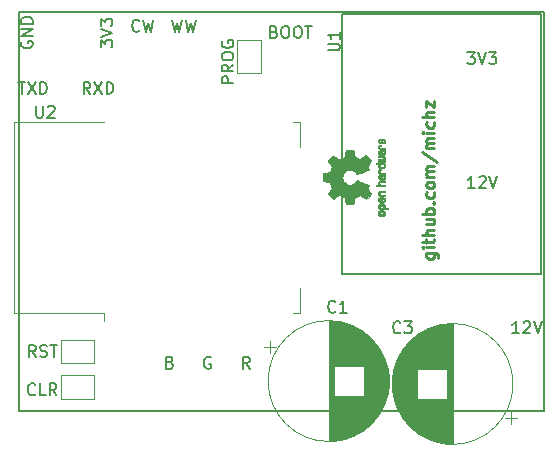
<source format=gbr>
%TF.GenerationSoftware,KiCad,Pcbnew,5.0.1*%
%TF.CreationDate,2019-02-20T12:32:28+01:00*%
%TF.ProjectId,rgbww-micro-board,72676277772D6D6963726F2D626F6172,rev?*%
%TF.SameCoordinates,PXb903480PY55d4a80*%
%TF.FileFunction,Legend,Top*%
%TF.FilePolarity,Positive*%
%FSLAX46Y46*%
G04 Gerber Fmt 4.6, Leading zero omitted, Abs format (unit mm)*
G04 Created by KiCad (PCBNEW 5.0.1) date Mi 20 Feb 2019 12:32:28 CET*
%MOMM*%
%LPD*%
G01*
G04 APERTURE LIST*
%ADD10C,0.250000*%
%ADD11C,0.200000*%
%ADD12C,0.120000*%
%ADD13C,0.150000*%
%ADD14C,0.010000*%
G04 APERTURE END LIST*
D10*
X34535714Y13333334D02*
X35345238Y13333334D01*
X35440476Y13285715D01*
X35488095Y13238096D01*
X35535714Y13142858D01*
X35535714Y13000000D01*
X35488095Y12904762D01*
X35154761Y13333334D02*
X35202380Y13238096D01*
X35202380Y13047620D01*
X35154761Y12952381D01*
X35107142Y12904762D01*
X35011904Y12857143D01*
X34726190Y12857143D01*
X34630952Y12904762D01*
X34583333Y12952381D01*
X34535714Y13047620D01*
X34535714Y13238096D01*
X34583333Y13333334D01*
X35202380Y13809524D02*
X34535714Y13809524D01*
X34202380Y13809524D02*
X34250000Y13761905D01*
X34297619Y13809524D01*
X34250000Y13857143D01*
X34202380Y13809524D01*
X34297619Y13809524D01*
X34535714Y14142858D02*
X34535714Y14523810D01*
X34202380Y14285715D02*
X35059523Y14285715D01*
X35154761Y14333334D01*
X35202380Y14428572D01*
X35202380Y14523810D01*
X35202380Y14857143D02*
X34202380Y14857143D01*
X35202380Y15285715D02*
X34678571Y15285715D01*
X34583333Y15238096D01*
X34535714Y15142858D01*
X34535714Y15000000D01*
X34583333Y14904762D01*
X34630952Y14857143D01*
X34535714Y16190477D02*
X35202380Y16190477D01*
X34535714Y15761905D02*
X35059523Y15761905D01*
X35154761Y15809524D01*
X35202380Y15904762D01*
X35202380Y16047620D01*
X35154761Y16142858D01*
X35107142Y16190477D01*
X35202380Y16666667D02*
X34202380Y16666667D01*
X34583333Y16666667D02*
X34535714Y16761905D01*
X34535714Y16952381D01*
X34583333Y17047620D01*
X34630952Y17095239D01*
X34726190Y17142858D01*
X35011904Y17142858D01*
X35107142Y17095239D01*
X35154761Y17047620D01*
X35202380Y16952381D01*
X35202380Y16761905D01*
X35154761Y16666667D01*
X35107142Y17571429D02*
X35154761Y17619048D01*
X35202380Y17571429D01*
X35154761Y17523810D01*
X35107142Y17571429D01*
X35202380Y17571429D01*
X35154761Y18476191D02*
X35202380Y18380953D01*
X35202380Y18190477D01*
X35154761Y18095239D01*
X35107142Y18047620D01*
X35011904Y18000000D01*
X34726190Y18000000D01*
X34630952Y18047620D01*
X34583333Y18095239D01*
X34535714Y18190477D01*
X34535714Y18380953D01*
X34583333Y18476191D01*
X35202380Y19047620D02*
X35154761Y18952381D01*
X35107142Y18904762D01*
X35011904Y18857143D01*
X34726190Y18857143D01*
X34630952Y18904762D01*
X34583333Y18952381D01*
X34535714Y19047620D01*
X34535714Y19190477D01*
X34583333Y19285715D01*
X34630952Y19333334D01*
X34726190Y19380953D01*
X35011904Y19380953D01*
X35107142Y19333334D01*
X35154761Y19285715D01*
X35202380Y19190477D01*
X35202380Y19047620D01*
X35202380Y19809524D02*
X34535714Y19809524D01*
X34630952Y19809524D02*
X34583333Y19857143D01*
X34535714Y19952381D01*
X34535714Y20095239D01*
X34583333Y20190477D01*
X34678571Y20238096D01*
X35202380Y20238096D01*
X34678571Y20238096D02*
X34583333Y20285715D01*
X34535714Y20380953D01*
X34535714Y20523810D01*
X34583333Y20619048D01*
X34678571Y20666667D01*
X35202380Y20666667D01*
X34154761Y21857143D02*
X35440476Y21000000D01*
X35202380Y22190477D02*
X34535714Y22190477D01*
X34630952Y22190477D02*
X34583333Y22238096D01*
X34535714Y22333334D01*
X34535714Y22476191D01*
X34583333Y22571429D01*
X34678571Y22619048D01*
X35202380Y22619048D01*
X34678571Y22619048D02*
X34583333Y22666667D01*
X34535714Y22761905D01*
X34535714Y22904762D01*
X34583333Y23000000D01*
X34678571Y23047620D01*
X35202380Y23047620D01*
X35202380Y23523810D02*
X34535714Y23523810D01*
X34202380Y23523810D02*
X34250000Y23476191D01*
X34297619Y23523810D01*
X34250000Y23571429D01*
X34202380Y23523810D01*
X34297619Y23523810D01*
X35154761Y24428572D02*
X35202380Y24333334D01*
X35202380Y24142858D01*
X35154761Y24047620D01*
X35107142Y24000000D01*
X35011904Y23952381D01*
X34726190Y23952381D01*
X34630952Y24000000D01*
X34583333Y24047620D01*
X34535714Y24142858D01*
X34535714Y24333334D01*
X34583333Y24428572D01*
X35202380Y24857143D02*
X34202380Y24857143D01*
X35202380Y25285715D02*
X34678571Y25285715D01*
X34583333Y25238096D01*
X34535714Y25142858D01*
X34535714Y25000000D01*
X34583333Y24904762D01*
X34630952Y24857143D01*
X34535714Y25666667D02*
X34535714Y26190477D01*
X35202380Y25666667D01*
X35202380Y26190477D01*
D11*
X44500000Y33750000D02*
X0Y33750000D01*
X44500000Y0D02*
X44500000Y33750000D01*
X0Y0D02*
X44500000Y0D01*
X0Y33750000D02*
X0Y0D01*
D12*
X-380000Y8220000D02*
X-380000Y24460000D01*
X-380000Y24460000D02*
X7240000Y24460000D01*
X23240000Y24460000D02*
X23860000Y24460000D01*
X23860000Y24460000D02*
X23860000Y22340000D01*
X23860000Y10340000D02*
X23860000Y8220000D01*
X23860000Y8220000D02*
X23240000Y8220000D01*
X7240000Y8220000D02*
X-380000Y8220000D01*
X7240000Y8220000D02*
X7240000Y7610000D01*
D13*
X27350000Y11550000D02*
X27350000Y33550000D01*
X27350000Y33550000D02*
X44250000Y33550000D01*
X27350000Y11550000D02*
X44250000Y11550000D01*
X44250000Y11550000D02*
X44250000Y33550000D01*
D12*
X31370000Y2500000D02*
G75*
G03X31370000Y2500000I-5120000J0D01*
G01*
X26250000Y7580000D02*
X26250000Y-2580000D01*
X26290000Y7580000D02*
X26290000Y-2580000D01*
X26330000Y7580000D02*
X26330000Y-2580000D01*
X26370000Y7579000D02*
X26370000Y-2579000D01*
X26410000Y7578000D02*
X26410000Y-2578000D01*
X26450000Y7577000D02*
X26450000Y-2577000D01*
X26490000Y7575000D02*
X26490000Y-2575000D01*
X26530000Y7573000D02*
X26530000Y-2573000D01*
X26570000Y7570000D02*
X26570000Y-2570000D01*
X26610000Y7568000D02*
X26610000Y-2568000D01*
X26650000Y7565000D02*
X26650000Y-2565000D01*
X26690000Y7562000D02*
X26690000Y-2562000D01*
X26730000Y7558000D02*
X26730000Y-2558000D01*
X26770000Y7554000D02*
X26770000Y3741000D01*
X26770000Y1259000D02*
X26770000Y-2554000D01*
X26810000Y7550000D02*
X26810000Y3741000D01*
X26810000Y1259000D02*
X26810000Y-2550000D01*
X26850000Y7545000D02*
X26850000Y3741000D01*
X26850000Y1259000D02*
X26850000Y-2545000D01*
X26890000Y7540000D02*
X26890000Y3741000D01*
X26890000Y1259000D02*
X26890000Y-2540000D01*
X26930000Y7535000D02*
X26930000Y3741000D01*
X26930000Y1259000D02*
X26930000Y-2535000D01*
X26971000Y7530000D02*
X26971000Y3741000D01*
X26971000Y1259000D02*
X26971000Y-2530000D01*
X27011000Y7524000D02*
X27011000Y3741000D01*
X27011000Y1259000D02*
X27011000Y-2524000D01*
X27051000Y7518000D02*
X27051000Y3741000D01*
X27051000Y1259000D02*
X27051000Y-2518000D01*
X27091000Y7511000D02*
X27091000Y3741000D01*
X27091000Y1259000D02*
X27091000Y-2511000D01*
X27131000Y7504000D02*
X27131000Y3741000D01*
X27131000Y1259000D02*
X27131000Y-2504000D01*
X27171000Y7497000D02*
X27171000Y3741000D01*
X27171000Y1259000D02*
X27171000Y-2497000D01*
X27211000Y7490000D02*
X27211000Y3741000D01*
X27211000Y1259000D02*
X27211000Y-2490000D01*
X27251000Y7482000D02*
X27251000Y3741000D01*
X27251000Y1259000D02*
X27251000Y-2482000D01*
X27291000Y7474000D02*
X27291000Y3741000D01*
X27291000Y1259000D02*
X27291000Y-2474000D01*
X27331000Y7465000D02*
X27331000Y3741000D01*
X27331000Y1259000D02*
X27331000Y-2465000D01*
X27371000Y7456000D02*
X27371000Y3741000D01*
X27371000Y1259000D02*
X27371000Y-2456000D01*
X27411000Y7447000D02*
X27411000Y3741000D01*
X27411000Y1259000D02*
X27411000Y-2447000D01*
X27451000Y7438000D02*
X27451000Y3741000D01*
X27451000Y1259000D02*
X27451000Y-2438000D01*
X27491000Y7428000D02*
X27491000Y3741000D01*
X27491000Y1259000D02*
X27491000Y-2428000D01*
X27531000Y7418000D02*
X27531000Y3741000D01*
X27531000Y1259000D02*
X27531000Y-2418000D01*
X27571000Y7407000D02*
X27571000Y3741000D01*
X27571000Y1259000D02*
X27571000Y-2407000D01*
X27611000Y7397000D02*
X27611000Y3741000D01*
X27611000Y1259000D02*
X27611000Y-2397000D01*
X27651000Y7385000D02*
X27651000Y3741000D01*
X27651000Y1259000D02*
X27651000Y-2385000D01*
X27691000Y7374000D02*
X27691000Y3741000D01*
X27691000Y1259000D02*
X27691000Y-2374000D01*
X27731000Y7362000D02*
X27731000Y3741000D01*
X27731000Y1259000D02*
X27731000Y-2362000D01*
X27771000Y7350000D02*
X27771000Y3741000D01*
X27771000Y1259000D02*
X27771000Y-2350000D01*
X27811000Y7337000D02*
X27811000Y3741000D01*
X27811000Y1259000D02*
X27811000Y-2337000D01*
X27851000Y7324000D02*
X27851000Y3741000D01*
X27851000Y1259000D02*
X27851000Y-2324000D01*
X27891000Y7311000D02*
X27891000Y3741000D01*
X27891000Y1259000D02*
X27891000Y-2311000D01*
X27931000Y7297000D02*
X27931000Y3741000D01*
X27931000Y1259000D02*
X27931000Y-2297000D01*
X27971000Y7283000D02*
X27971000Y3741000D01*
X27971000Y1259000D02*
X27971000Y-2283000D01*
X28011000Y7268000D02*
X28011000Y3741000D01*
X28011000Y1259000D02*
X28011000Y-2268000D01*
X28051000Y7254000D02*
X28051000Y3741000D01*
X28051000Y1259000D02*
X28051000Y-2254000D01*
X28091000Y7238000D02*
X28091000Y3741000D01*
X28091000Y1259000D02*
X28091000Y-2238000D01*
X28131000Y7223000D02*
X28131000Y3741000D01*
X28131000Y1259000D02*
X28131000Y-2223000D01*
X28171000Y7207000D02*
X28171000Y3741000D01*
X28171000Y1259000D02*
X28171000Y-2207000D01*
X28211000Y7190000D02*
X28211000Y3741000D01*
X28211000Y1259000D02*
X28211000Y-2190000D01*
X28251000Y7174000D02*
X28251000Y3741000D01*
X28251000Y1259000D02*
X28251000Y-2174000D01*
X28291000Y7157000D02*
X28291000Y3741000D01*
X28291000Y1259000D02*
X28291000Y-2157000D01*
X28331000Y7139000D02*
X28331000Y3741000D01*
X28331000Y1259000D02*
X28331000Y-2139000D01*
X28371000Y7121000D02*
X28371000Y3741000D01*
X28371000Y1259000D02*
X28371000Y-2121000D01*
X28411000Y7103000D02*
X28411000Y3741000D01*
X28411000Y1259000D02*
X28411000Y-2103000D01*
X28451000Y7084000D02*
X28451000Y3741000D01*
X28451000Y1259000D02*
X28451000Y-2084000D01*
X28491000Y7064000D02*
X28491000Y3741000D01*
X28491000Y1259000D02*
X28491000Y-2064000D01*
X28531000Y7045000D02*
X28531000Y3741000D01*
X28531000Y1259000D02*
X28531000Y-2045000D01*
X28571000Y7025000D02*
X28571000Y3741000D01*
X28571000Y1259000D02*
X28571000Y-2025000D01*
X28611000Y7004000D02*
X28611000Y3741000D01*
X28611000Y1259000D02*
X28611000Y-2004000D01*
X28651000Y6983000D02*
X28651000Y3741000D01*
X28651000Y1259000D02*
X28651000Y-1983000D01*
X28691000Y6962000D02*
X28691000Y3741000D01*
X28691000Y1259000D02*
X28691000Y-1962000D01*
X28731000Y6940000D02*
X28731000Y3741000D01*
X28731000Y1259000D02*
X28731000Y-1940000D01*
X28771000Y6917000D02*
X28771000Y3741000D01*
X28771000Y1259000D02*
X28771000Y-1917000D01*
X28811000Y6895000D02*
X28811000Y3741000D01*
X28811000Y1259000D02*
X28811000Y-1895000D01*
X28851000Y6871000D02*
X28851000Y3741000D01*
X28851000Y1259000D02*
X28851000Y-1871000D01*
X28891000Y6847000D02*
X28891000Y3741000D01*
X28891000Y1259000D02*
X28891000Y-1847000D01*
X28931000Y6823000D02*
X28931000Y3741000D01*
X28931000Y1259000D02*
X28931000Y-1823000D01*
X28971000Y6798000D02*
X28971000Y3741000D01*
X28971000Y1259000D02*
X28971000Y-1798000D01*
X29011000Y6773000D02*
X29011000Y3741000D01*
X29011000Y1259000D02*
X29011000Y-1773000D01*
X29051000Y6747000D02*
X29051000Y3741000D01*
X29051000Y1259000D02*
X29051000Y-1747000D01*
X29091000Y6721000D02*
X29091000Y3741000D01*
X29091000Y1259000D02*
X29091000Y-1721000D01*
X29131000Y6694000D02*
X29131000Y3741000D01*
X29131000Y1259000D02*
X29131000Y-1694000D01*
X29171000Y6666000D02*
X29171000Y3741000D01*
X29171000Y1259000D02*
X29171000Y-1666000D01*
X29211000Y6638000D02*
X29211000Y3741000D01*
X29211000Y1259000D02*
X29211000Y-1638000D01*
X29251000Y6610000D02*
X29251000Y-1610000D01*
X29291000Y6580000D02*
X29291000Y-1580000D01*
X29331000Y6550000D02*
X29331000Y-1550000D01*
X29371000Y6520000D02*
X29371000Y-1520000D01*
X29411000Y6489000D02*
X29411000Y-1489000D01*
X29451000Y6457000D02*
X29451000Y-1457000D01*
X29491000Y6425000D02*
X29491000Y-1425000D01*
X29531000Y6392000D02*
X29531000Y-1392000D01*
X29571000Y6358000D02*
X29571000Y-1358000D01*
X29611000Y6324000D02*
X29611000Y-1324000D01*
X29651000Y6289000D02*
X29651000Y-1289000D01*
X29691000Y6253000D02*
X29691000Y-1253000D01*
X29731000Y6216000D02*
X29731000Y-1216000D01*
X29771000Y6179000D02*
X29771000Y-1179000D01*
X29811000Y6140000D02*
X29811000Y-1140000D01*
X29851000Y6101000D02*
X29851000Y-1101000D01*
X29891000Y6061000D02*
X29891000Y-1061000D01*
X29931000Y6020000D02*
X29931000Y-1020000D01*
X29971000Y5978000D02*
X29971000Y-978000D01*
X30011000Y5936000D02*
X30011000Y-936000D01*
X30051000Y5892000D02*
X30051000Y-892000D01*
X30091000Y5847000D02*
X30091000Y-847000D01*
X30131000Y5801000D02*
X30131000Y-801000D01*
X30171000Y5754000D02*
X30171000Y-754000D01*
X30211000Y5706000D02*
X30211000Y-706000D01*
X30251000Y5656000D02*
X30251000Y-656000D01*
X30291000Y5606000D02*
X30291000Y-606000D01*
X30331000Y5554000D02*
X30331000Y-554000D01*
X30371000Y5500000D02*
X30371000Y-500000D01*
X30411000Y5445000D02*
X30411000Y-445000D01*
X30451000Y5389000D02*
X30451000Y-389000D01*
X30491000Y5330000D02*
X30491000Y-330000D01*
X30531000Y5270000D02*
X30531000Y-270000D01*
X30571000Y5209000D02*
X30571000Y-209000D01*
X30611000Y5145000D02*
X30611000Y-145000D01*
X30651000Y5079000D02*
X30651000Y-79000D01*
X30691000Y5010000D02*
X30691000Y-10000D01*
X30731000Y4939000D02*
X30731000Y61000D01*
X30771000Y4865000D02*
X30771000Y135000D01*
X30811000Y4789000D02*
X30811000Y211000D01*
X30851000Y4709000D02*
X30851000Y291000D01*
X30891000Y4625000D02*
X30891000Y375000D01*
X30931000Y4537000D02*
X30931000Y463000D01*
X30971000Y4444000D02*
X30971000Y556000D01*
X31011000Y4346000D02*
X31011000Y654000D01*
X31051000Y4242000D02*
X31051000Y758000D01*
X31091000Y4130000D02*
X31091000Y870000D01*
X31131000Y4010000D02*
X31131000Y990000D01*
X31171000Y3878000D02*
X31171000Y1122000D01*
X31211000Y3730000D02*
X31211000Y1270000D01*
X31251000Y3562000D02*
X31251000Y1438000D01*
X31291000Y3362000D02*
X31291000Y1638000D01*
X31331000Y3099000D02*
X31331000Y1901000D01*
X20770354Y5375000D02*
X21770354Y5375000D01*
X21270354Y5875000D02*
X21270354Y4875000D01*
X41729646Y-1125000D02*
X41729646Y-125000D01*
X42229646Y-625000D02*
X41229646Y-625000D01*
X31669000Y1651000D02*
X31669000Y2849000D01*
X31709000Y1388000D02*
X31709000Y3112000D01*
X31749000Y1188000D02*
X31749000Y3312000D01*
X31789000Y1020000D02*
X31789000Y3480000D01*
X31829000Y872000D02*
X31829000Y3628000D01*
X31869000Y740000D02*
X31869000Y3760000D01*
X31909000Y620000D02*
X31909000Y3880000D01*
X31949000Y508000D02*
X31949000Y3992000D01*
X31989000Y404000D02*
X31989000Y4096000D01*
X32029000Y306000D02*
X32029000Y4194000D01*
X32069000Y213000D02*
X32069000Y4287000D01*
X32109000Y125000D02*
X32109000Y4375000D01*
X32149000Y41000D02*
X32149000Y4459000D01*
X32189000Y-39000D02*
X32189000Y4539000D01*
X32229000Y-115000D02*
X32229000Y4615000D01*
X32269000Y-189000D02*
X32269000Y4689000D01*
X32309000Y-260000D02*
X32309000Y4760000D01*
X32349000Y-329000D02*
X32349000Y4829000D01*
X32389000Y-395000D02*
X32389000Y4895000D01*
X32429000Y-459000D02*
X32429000Y4959000D01*
X32469000Y-520000D02*
X32469000Y5020000D01*
X32509000Y-580000D02*
X32509000Y5080000D01*
X32549000Y-639000D02*
X32549000Y5139000D01*
X32589000Y-695000D02*
X32589000Y5195000D01*
X32629000Y-750000D02*
X32629000Y5250000D01*
X32669000Y-804000D02*
X32669000Y5304000D01*
X32709000Y-856000D02*
X32709000Y5356000D01*
X32749000Y-906000D02*
X32749000Y5406000D01*
X32789000Y-956000D02*
X32789000Y5456000D01*
X32829000Y-1004000D02*
X32829000Y5504000D01*
X32869000Y-1051000D02*
X32869000Y5551000D01*
X32909000Y-1097000D02*
X32909000Y5597000D01*
X32949000Y-1142000D02*
X32949000Y5642000D01*
X32989000Y-1186000D02*
X32989000Y5686000D01*
X33029000Y-1228000D02*
X33029000Y5728000D01*
X33069000Y-1270000D02*
X33069000Y5770000D01*
X33109000Y-1311000D02*
X33109000Y5811000D01*
X33149000Y-1351000D02*
X33149000Y5851000D01*
X33189000Y-1390000D02*
X33189000Y5890000D01*
X33229000Y-1429000D02*
X33229000Y5929000D01*
X33269000Y-1466000D02*
X33269000Y5966000D01*
X33309000Y-1503000D02*
X33309000Y6003000D01*
X33349000Y-1539000D02*
X33349000Y6039000D01*
X33389000Y-1574000D02*
X33389000Y6074000D01*
X33429000Y-1608000D02*
X33429000Y6108000D01*
X33469000Y-1642000D02*
X33469000Y6142000D01*
X33509000Y-1675000D02*
X33509000Y6175000D01*
X33549000Y-1707000D02*
X33549000Y6207000D01*
X33589000Y-1739000D02*
X33589000Y6239000D01*
X33629000Y-1770000D02*
X33629000Y6270000D01*
X33669000Y-1800000D02*
X33669000Y6300000D01*
X33709000Y-1830000D02*
X33709000Y6330000D01*
X33749000Y-1860000D02*
X33749000Y6360000D01*
X33789000Y3491000D02*
X33789000Y6388000D01*
X33789000Y-1888000D02*
X33789000Y1009000D01*
X33829000Y3491000D02*
X33829000Y6416000D01*
X33829000Y-1916000D02*
X33829000Y1009000D01*
X33869000Y3491000D02*
X33869000Y6444000D01*
X33869000Y-1944000D02*
X33869000Y1009000D01*
X33909000Y3491000D02*
X33909000Y6471000D01*
X33909000Y-1971000D02*
X33909000Y1009000D01*
X33949000Y3491000D02*
X33949000Y6497000D01*
X33949000Y-1997000D02*
X33949000Y1009000D01*
X33989000Y3491000D02*
X33989000Y6523000D01*
X33989000Y-2023000D02*
X33989000Y1009000D01*
X34029000Y3491000D02*
X34029000Y6548000D01*
X34029000Y-2048000D02*
X34029000Y1009000D01*
X34069000Y3491000D02*
X34069000Y6573000D01*
X34069000Y-2073000D02*
X34069000Y1009000D01*
X34109000Y3491000D02*
X34109000Y6597000D01*
X34109000Y-2097000D02*
X34109000Y1009000D01*
X34149000Y3491000D02*
X34149000Y6621000D01*
X34149000Y-2121000D02*
X34149000Y1009000D01*
X34189000Y3491000D02*
X34189000Y6645000D01*
X34189000Y-2145000D02*
X34189000Y1009000D01*
X34229000Y3491000D02*
X34229000Y6667000D01*
X34229000Y-2167000D02*
X34229000Y1009000D01*
X34269000Y3491000D02*
X34269000Y6690000D01*
X34269000Y-2190000D02*
X34269000Y1009000D01*
X34309000Y3491000D02*
X34309000Y6712000D01*
X34309000Y-2212000D02*
X34309000Y1009000D01*
X34349000Y3491000D02*
X34349000Y6733000D01*
X34349000Y-2233000D02*
X34349000Y1009000D01*
X34389000Y3491000D02*
X34389000Y6754000D01*
X34389000Y-2254000D02*
X34389000Y1009000D01*
X34429000Y3491000D02*
X34429000Y6775000D01*
X34429000Y-2275000D02*
X34429000Y1009000D01*
X34469000Y3491000D02*
X34469000Y6795000D01*
X34469000Y-2295000D02*
X34469000Y1009000D01*
X34509000Y3491000D02*
X34509000Y6814000D01*
X34509000Y-2314000D02*
X34509000Y1009000D01*
X34549000Y3491000D02*
X34549000Y6834000D01*
X34549000Y-2334000D02*
X34549000Y1009000D01*
X34589000Y3491000D02*
X34589000Y6853000D01*
X34589000Y-2353000D02*
X34589000Y1009000D01*
X34629000Y3491000D02*
X34629000Y6871000D01*
X34629000Y-2371000D02*
X34629000Y1009000D01*
X34669000Y3491000D02*
X34669000Y6889000D01*
X34669000Y-2389000D02*
X34669000Y1009000D01*
X34709000Y3491000D02*
X34709000Y6907000D01*
X34709000Y-2407000D02*
X34709000Y1009000D01*
X34749000Y3491000D02*
X34749000Y6924000D01*
X34749000Y-2424000D02*
X34749000Y1009000D01*
X34789000Y3491000D02*
X34789000Y6940000D01*
X34789000Y-2440000D02*
X34789000Y1009000D01*
X34829000Y3491000D02*
X34829000Y6957000D01*
X34829000Y-2457000D02*
X34829000Y1009000D01*
X34869000Y3491000D02*
X34869000Y6973000D01*
X34869000Y-2473000D02*
X34869000Y1009000D01*
X34909000Y3491000D02*
X34909000Y6988000D01*
X34909000Y-2488000D02*
X34909000Y1009000D01*
X34949000Y3491000D02*
X34949000Y7004000D01*
X34949000Y-2504000D02*
X34949000Y1009000D01*
X34989000Y3491000D02*
X34989000Y7018000D01*
X34989000Y-2518000D02*
X34989000Y1009000D01*
X35029000Y3491000D02*
X35029000Y7033000D01*
X35029000Y-2533000D02*
X35029000Y1009000D01*
X35069000Y3491000D02*
X35069000Y7047000D01*
X35069000Y-2547000D02*
X35069000Y1009000D01*
X35109000Y3491000D02*
X35109000Y7061000D01*
X35109000Y-2561000D02*
X35109000Y1009000D01*
X35149000Y3491000D02*
X35149000Y7074000D01*
X35149000Y-2574000D02*
X35149000Y1009000D01*
X35189000Y3491000D02*
X35189000Y7087000D01*
X35189000Y-2587000D02*
X35189000Y1009000D01*
X35229000Y3491000D02*
X35229000Y7100000D01*
X35229000Y-2600000D02*
X35229000Y1009000D01*
X35269000Y3491000D02*
X35269000Y7112000D01*
X35269000Y-2612000D02*
X35269000Y1009000D01*
X35309000Y3491000D02*
X35309000Y7124000D01*
X35309000Y-2624000D02*
X35309000Y1009000D01*
X35349000Y3491000D02*
X35349000Y7135000D01*
X35349000Y-2635000D02*
X35349000Y1009000D01*
X35389000Y3491000D02*
X35389000Y7147000D01*
X35389000Y-2647000D02*
X35389000Y1009000D01*
X35429000Y3491000D02*
X35429000Y7157000D01*
X35429000Y-2657000D02*
X35429000Y1009000D01*
X35469000Y3491000D02*
X35469000Y7168000D01*
X35469000Y-2668000D02*
X35469000Y1009000D01*
X35509000Y3491000D02*
X35509000Y7178000D01*
X35509000Y-2678000D02*
X35509000Y1009000D01*
X35549000Y3491000D02*
X35549000Y7188000D01*
X35549000Y-2688000D02*
X35549000Y1009000D01*
X35589000Y3491000D02*
X35589000Y7197000D01*
X35589000Y-2697000D02*
X35589000Y1009000D01*
X35629000Y3491000D02*
X35629000Y7206000D01*
X35629000Y-2706000D02*
X35629000Y1009000D01*
X35669000Y3491000D02*
X35669000Y7215000D01*
X35669000Y-2715000D02*
X35669000Y1009000D01*
X35709000Y3491000D02*
X35709000Y7224000D01*
X35709000Y-2724000D02*
X35709000Y1009000D01*
X35749000Y3491000D02*
X35749000Y7232000D01*
X35749000Y-2732000D02*
X35749000Y1009000D01*
X35789000Y3491000D02*
X35789000Y7240000D01*
X35789000Y-2740000D02*
X35789000Y1009000D01*
X35829000Y3491000D02*
X35829000Y7247000D01*
X35829000Y-2747000D02*
X35829000Y1009000D01*
X35869000Y3491000D02*
X35869000Y7254000D01*
X35869000Y-2754000D02*
X35869000Y1009000D01*
X35909000Y3491000D02*
X35909000Y7261000D01*
X35909000Y-2761000D02*
X35909000Y1009000D01*
X35949000Y3491000D02*
X35949000Y7268000D01*
X35949000Y-2768000D02*
X35949000Y1009000D01*
X35989000Y3491000D02*
X35989000Y7274000D01*
X35989000Y-2774000D02*
X35989000Y1009000D01*
X36029000Y3491000D02*
X36029000Y7280000D01*
X36029000Y-2780000D02*
X36029000Y1009000D01*
X36070000Y3491000D02*
X36070000Y7285000D01*
X36070000Y-2785000D02*
X36070000Y1009000D01*
X36110000Y3491000D02*
X36110000Y7290000D01*
X36110000Y-2790000D02*
X36110000Y1009000D01*
X36150000Y3491000D02*
X36150000Y7295000D01*
X36150000Y-2795000D02*
X36150000Y1009000D01*
X36190000Y3491000D02*
X36190000Y7300000D01*
X36190000Y-2800000D02*
X36190000Y1009000D01*
X36230000Y3491000D02*
X36230000Y7304000D01*
X36230000Y-2804000D02*
X36230000Y1009000D01*
X36270000Y-2808000D02*
X36270000Y7308000D01*
X36310000Y-2812000D02*
X36310000Y7312000D01*
X36350000Y-2815000D02*
X36350000Y7315000D01*
X36390000Y-2818000D02*
X36390000Y7318000D01*
X36430000Y-2820000D02*
X36430000Y7320000D01*
X36470000Y-2823000D02*
X36470000Y7323000D01*
X36510000Y-2825000D02*
X36510000Y7325000D01*
X36550000Y-2827000D02*
X36550000Y7327000D01*
X36590000Y-2828000D02*
X36590000Y7328000D01*
X36630000Y-2829000D02*
X36630000Y7329000D01*
X36670000Y-2830000D02*
X36670000Y7330000D01*
X36710000Y-2830000D02*
X36710000Y7330000D01*
X36750000Y-2830000D02*
X36750000Y7330000D01*
X41870000Y2250000D02*
G75*
G03X41870000Y2250000I-5120000J0D01*
G01*
X6400000Y6000000D02*
X6400000Y4000000D01*
X3600000Y6000000D02*
X6400000Y6000000D01*
X3600000Y4000000D02*
X3600000Y6000000D01*
X6400000Y4000000D02*
X3600000Y4000000D01*
X18500000Y31400000D02*
X20500000Y31400000D01*
X18500000Y28600000D02*
X18500000Y31400000D01*
X20500000Y28600000D02*
X18500000Y28600000D01*
X20500000Y31400000D02*
X20500000Y28600000D01*
X6400000Y1000000D02*
X3600000Y1000000D01*
X3600000Y1000000D02*
X3600000Y3000000D01*
X3600000Y3000000D02*
X6400000Y3000000D01*
X6400000Y3000000D02*
X6400000Y1000000D01*
D14*
G36*
X25742348Y19853910D02*
X25742778Y19932454D01*
X25743942Y19989298D01*
X25746207Y20028105D01*
X25749940Y20052538D01*
X25755506Y20066262D01*
X25763273Y20072940D01*
X25773605Y20076236D01*
X25774943Y20076556D01*
X25799079Y20081562D01*
X25846701Y20090829D01*
X25912741Y20103392D01*
X25992128Y20118287D01*
X26079796Y20134551D01*
X26082875Y20135119D01*
X26168789Y20151410D01*
X26244696Y20166652D01*
X26306045Y20179861D01*
X26348282Y20190054D01*
X26366855Y20196248D01*
X26367184Y20196543D01*
X26376253Y20214788D01*
X26391367Y20252405D01*
X26409262Y20301271D01*
X26409358Y20301543D01*
X26432493Y20363093D01*
X26461965Y20435657D01*
X26491597Y20504057D01*
X26493062Y20507294D01*
X26543626Y20618702D01*
X26375160Y20865399D01*
X26323803Y20941077D01*
X26277889Y21009631D01*
X26240030Y21067088D01*
X26212837Y21109476D01*
X26198921Y21132825D01*
X26197889Y21135042D01*
X26202484Y21152010D01*
X26224655Y21183701D01*
X26265447Y21231352D01*
X26325905Y21296198D01*
X26390227Y21362397D01*
X26453612Y21426214D01*
X26511451Y21483329D01*
X26560175Y21530305D01*
X26596210Y21563703D01*
X26615984Y21580085D01*
X26617002Y21580694D01*
X26630572Y21582505D01*
X26652733Y21575683D01*
X26686478Y21558540D01*
X26734800Y21529393D01*
X26800692Y21486555D01*
X26885517Y21429448D01*
X26960177Y21378766D01*
X27027140Y21333461D01*
X27082516Y21296150D01*
X27122420Y21269452D01*
X27142962Y21255985D01*
X27144356Y21255137D01*
X27164038Y21256781D01*
X27202293Y21269245D01*
X27251889Y21290048D01*
X27267728Y21297462D01*
X27338290Y21329814D01*
X27418353Y21364328D01*
X27487629Y21392365D01*
X27539045Y21412568D01*
X27578119Y21428615D01*
X27598541Y21437888D01*
X27600114Y21439041D01*
X27602721Y21456096D01*
X27609863Y21496298D01*
X27620523Y21554302D01*
X27633685Y21624763D01*
X27648333Y21702335D01*
X27663449Y21781672D01*
X27678018Y21857431D01*
X27691022Y21924264D01*
X27701445Y21976828D01*
X27708270Y22009776D01*
X27710199Y22017857D01*
X27714962Y22026205D01*
X27725718Y22032506D01*
X27746098Y22037045D01*
X27779734Y22040104D01*
X27830255Y22041967D01*
X27901292Y22042918D01*
X27996476Y22043240D01*
X28035492Y22043257D01*
X28352799Y22043257D01*
X28367839Y21967057D01*
X28375995Y21924663D01*
X28387899Y21861400D01*
X28402116Y21784962D01*
X28417210Y21703043D01*
X28421355Y21680400D01*
X28436053Y21604806D01*
X28450505Y21538953D01*
X28463375Y21488366D01*
X28473322Y21458574D01*
X28476287Y21453612D01*
X28497283Y21441426D01*
X28537967Y21423953D01*
X28590322Y21404577D01*
X28601600Y21400734D01*
X28671523Y21375339D01*
X28750418Y21343817D01*
X28821266Y21312969D01*
X28821595Y21312817D01*
X28932733Y21261447D01*
X29181253Y21430399D01*
X29429772Y21599352D01*
X29647058Y21382429D01*
X29711726Y21316819D01*
X29768733Y21256979D01*
X29815033Y21206267D01*
X29847584Y21168046D01*
X29863343Y21145675D01*
X29864343Y21142466D01*
X29856469Y21123626D01*
X29834578Y21085180D01*
X29801267Y21031330D01*
X29759131Y20966276D01*
X29711943Y20895940D01*
X29663810Y20824555D01*
X29621928Y20760908D01*
X29588871Y20709041D01*
X29567218Y20672995D01*
X29559543Y20656867D01*
X29566037Y20637189D01*
X29583150Y20599875D01*
X29607326Y20552621D01*
X29610013Y20547612D01*
X29641927Y20483977D01*
X29657579Y20440341D01*
X29657745Y20413202D01*
X29643204Y20399057D01*
X29643000Y20398975D01*
X29625779Y20391905D01*
X29584899Y20375042D01*
X29523525Y20349695D01*
X29444819Y20317171D01*
X29351947Y20278778D01*
X29248072Y20235822D01*
X29147502Y20194222D01*
X29036516Y20148504D01*
X28933703Y20106526D01*
X28842215Y20069548D01*
X28765201Y20038827D01*
X28705815Y20015622D01*
X28667209Y20001190D01*
X28652800Y19996743D01*
X28636272Y20007896D01*
X28609930Y20037069D01*
X28580887Y20075971D01*
X28489039Y20186757D01*
X28383759Y20273351D01*
X28267266Y20334716D01*
X28141776Y20369815D01*
X28009507Y20377608D01*
X27948457Y20371943D01*
X27821795Y20341078D01*
X27709941Y20287920D01*
X27614001Y20215767D01*
X27535076Y20127917D01*
X27474270Y20027665D01*
X27432687Y19918310D01*
X27411428Y19803147D01*
X27411599Y19685475D01*
X27434301Y19568590D01*
X27480638Y19455789D01*
X27551713Y19350369D01*
X27591911Y19306368D01*
X27695129Y19221979D01*
X27807925Y19163222D01*
X27927010Y19129704D01*
X28049095Y19121035D01*
X28170893Y19136823D01*
X28289116Y19176678D01*
X28400475Y19240207D01*
X28501684Y19327021D01*
X28580887Y19424029D01*
X28611162Y19464437D01*
X28637219Y19492982D01*
X28652825Y19503257D01*
X28669843Y19497877D01*
X28710500Y19482575D01*
X28771642Y19458612D01*
X28850119Y19427244D01*
X28942780Y19389732D01*
X29046472Y19347333D01*
X29147526Y19305663D01*
X29258607Y19259690D01*
X29361541Y19217107D01*
X29453165Y19179221D01*
X29530316Y19147340D01*
X29589831Y19122771D01*
X29628544Y19106820D01*
X29643000Y19100910D01*
X29657685Y19086948D01*
X29657642Y19059940D01*
X29642099Y19016413D01*
X29610284Y18952890D01*
X29610013Y18952388D01*
X29585323Y18904560D01*
X29567338Y18865897D01*
X29559614Y18844095D01*
X29559543Y18843133D01*
X29567378Y18826721D01*
X29589165Y18790487D01*
X29622328Y18738474D01*
X29664291Y18674725D01*
X29711943Y18604060D01*
X29760191Y18532116D01*
X29802151Y18467274D01*
X29835227Y18413735D01*
X29856821Y18375697D01*
X29864343Y18357533D01*
X29854457Y18340808D01*
X29826826Y18307180D01*
X29784495Y18260010D01*
X29730505Y18202658D01*
X29667899Y18138484D01*
X29646983Y18117497D01*
X29429623Y17900499D01*
X29187220Y18065668D01*
X29112781Y18115864D01*
X29045972Y18159919D01*
X28990665Y18195362D01*
X28950729Y18219719D01*
X28930036Y18230522D01*
X28928563Y18230838D01*
X28909058Y18225143D01*
X28869822Y18209826D01*
X28817430Y18187537D01*
X28782355Y18171893D01*
X28715201Y18142641D01*
X28647358Y18115094D01*
X28590034Y18093737D01*
X28572572Y18087935D01*
X28525938Y18071452D01*
X28489905Y18055340D01*
X28476287Y18046490D01*
X28467952Y18026960D01*
X28456137Y17984334D01*
X28442181Y17924145D01*
X28427422Y17851922D01*
X28421355Y17819600D01*
X28406273Y17737522D01*
X28391669Y17658795D01*
X28378980Y17591109D01*
X28369642Y17542160D01*
X28367839Y17532943D01*
X28352799Y17456743D01*
X28035492Y17456743D01*
X27931154Y17456914D01*
X27852213Y17457616D01*
X27795038Y17459134D01*
X27755999Y17461749D01*
X27731465Y17465746D01*
X27717805Y17471409D01*
X27711389Y17479020D01*
X27710199Y17482143D01*
X27705980Y17500978D01*
X27697562Y17542588D01*
X27685961Y17601630D01*
X27672195Y17672757D01*
X27657280Y17750625D01*
X27642232Y17829887D01*
X27628069Y17905198D01*
X27615806Y17971213D01*
X27606461Y18022587D01*
X27601050Y18053975D01*
X27600114Y18060959D01*
X27587596Y18067285D01*
X27554246Y18081290D01*
X27506377Y18100355D01*
X27487629Y18107634D01*
X27415195Y18136996D01*
X27335170Y18171571D01*
X27267728Y18202537D01*
X27216159Y18225323D01*
X27173785Y18240482D01*
X27147834Y18245542D01*
X27144356Y18244736D01*
X27127936Y18234041D01*
X27091417Y18209620D01*
X27038687Y18174095D01*
X26973635Y18130087D01*
X26900151Y18080217D01*
X26885645Y18070356D01*
X26799704Y18012492D01*
X26734261Y17969956D01*
X26686304Y17941054D01*
X26652820Y17924090D01*
X26630795Y17917367D01*
X26617217Y17919190D01*
X26617131Y17919236D01*
X26599297Y17933586D01*
X26564817Y17965323D01*
X26517268Y18011010D01*
X26460222Y18067204D01*
X26397255Y18130468D01*
X26390227Y18137602D01*
X26313020Y18217330D01*
X26256330Y18278857D01*
X26219110Y18323421D01*
X26200315Y18352257D01*
X26197889Y18364958D01*
X26208471Y18383494D01*
X26232916Y18421961D01*
X26268612Y18476386D01*
X26312947Y18542798D01*
X26363311Y18617225D01*
X26375160Y18634601D01*
X26543626Y18881297D01*
X26493062Y18992706D01*
X26463595Y19060457D01*
X26433959Y19133183D01*
X26410330Y19195703D01*
X26409358Y19198457D01*
X26391457Y19247360D01*
X26376320Y19285057D01*
X26367210Y19303425D01*
X26367184Y19303456D01*
X26350717Y19309285D01*
X26310219Y19319192D01*
X26250242Y19332195D01*
X26175340Y19347309D01*
X26090064Y19363552D01*
X26082875Y19364881D01*
X25995014Y19381175D01*
X25915260Y19396133D01*
X25848681Y19408791D01*
X25800347Y19418186D01*
X25775325Y19423354D01*
X25774943Y19423444D01*
X25764299Y19426589D01*
X25756262Y19432704D01*
X25750467Y19445453D01*
X25746547Y19468500D01*
X25744135Y19505509D01*
X25742865Y19560144D01*
X25742371Y19636067D01*
X25742286Y19736944D01*
X25742286Y19750000D01*
X25742348Y19853910D01*
X25742348Y19853910D01*
G37*
X25742348Y19853910D02*
X25742778Y19932454D01*
X25743942Y19989298D01*
X25746207Y20028105D01*
X25749940Y20052538D01*
X25755506Y20066262D01*
X25763273Y20072940D01*
X25773605Y20076236D01*
X25774943Y20076556D01*
X25799079Y20081562D01*
X25846701Y20090829D01*
X25912741Y20103392D01*
X25992128Y20118287D01*
X26079796Y20134551D01*
X26082875Y20135119D01*
X26168789Y20151410D01*
X26244696Y20166652D01*
X26306045Y20179861D01*
X26348282Y20190054D01*
X26366855Y20196248D01*
X26367184Y20196543D01*
X26376253Y20214788D01*
X26391367Y20252405D01*
X26409262Y20301271D01*
X26409358Y20301543D01*
X26432493Y20363093D01*
X26461965Y20435657D01*
X26491597Y20504057D01*
X26493062Y20507294D01*
X26543626Y20618702D01*
X26375160Y20865399D01*
X26323803Y20941077D01*
X26277889Y21009631D01*
X26240030Y21067088D01*
X26212837Y21109476D01*
X26198921Y21132825D01*
X26197889Y21135042D01*
X26202484Y21152010D01*
X26224655Y21183701D01*
X26265447Y21231352D01*
X26325905Y21296198D01*
X26390227Y21362397D01*
X26453612Y21426214D01*
X26511451Y21483329D01*
X26560175Y21530305D01*
X26596210Y21563703D01*
X26615984Y21580085D01*
X26617002Y21580694D01*
X26630572Y21582505D01*
X26652733Y21575683D01*
X26686478Y21558540D01*
X26734800Y21529393D01*
X26800692Y21486555D01*
X26885517Y21429448D01*
X26960177Y21378766D01*
X27027140Y21333461D01*
X27082516Y21296150D01*
X27122420Y21269452D01*
X27142962Y21255985D01*
X27144356Y21255137D01*
X27164038Y21256781D01*
X27202293Y21269245D01*
X27251889Y21290048D01*
X27267728Y21297462D01*
X27338290Y21329814D01*
X27418353Y21364328D01*
X27487629Y21392365D01*
X27539045Y21412568D01*
X27578119Y21428615D01*
X27598541Y21437888D01*
X27600114Y21439041D01*
X27602721Y21456096D01*
X27609863Y21496298D01*
X27620523Y21554302D01*
X27633685Y21624763D01*
X27648333Y21702335D01*
X27663449Y21781672D01*
X27678018Y21857431D01*
X27691022Y21924264D01*
X27701445Y21976828D01*
X27708270Y22009776D01*
X27710199Y22017857D01*
X27714962Y22026205D01*
X27725718Y22032506D01*
X27746098Y22037045D01*
X27779734Y22040104D01*
X27830255Y22041967D01*
X27901292Y22042918D01*
X27996476Y22043240D01*
X28035492Y22043257D01*
X28352799Y22043257D01*
X28367839Y21967057D01*
X28375995Y21924663D01*
X28387899Y21861400D01*
X28402116Y21784962D01*
X28417210Y21703043D01*
X28421355Y21680400D01*
X28436053Y21604806D01*
X28450505Y21538953D01*
X28463375Y21488366D01*
X28473322Y21458574D01*
X28476287Y21453612D01*
X28497283Y21441426D01*
X28537967Y21423953D01*
X28590322Y21404577D01*
X28601600Y21400734D01*
X28671523Y21375339D01*
X28750418Y21343817D01*
X28821266Y21312969D01*
X28821595Y21312817D01*
X28932733Y21261447D01*
X29181253Y21430399D01*
X29429772Y21599352D01*
X29647058Y21382429D01*
X29711726Y21316819D01*
X29768733Y21256979D01*
X29815033Y21206267D01*
X29847584Y21168046D01*
X29863343Y21145675D01*
X29864343Y21142466D01*
X29856469Y21123626D01*
X29834578Y21085180D01*
X29801267Y21031330D01*
X29759131Y20966276D01*
X29711943Y20895940D01*
X29663810Y20824555D01*
X29621928Y20760908D01*
X29588871Y20709041D01*
X29567218Y20672995D01*
X29559543Y20656867D01*
X29566037Y20637189D01*
X29583150Y20599875D01*
X29607326Y20552621D01*
X29610013Y20547612D01*
X29641927Y20483977D01*
X29657579Y20440341D01*
X29657745Y20413202D01*
X29643204Y20399057D01*
X29643000Y20398975D01*
X29625779Y20391905D01*
X29584899Y20375042D01*
X29523525Y20349695D01*
X29444819Y20317171D01*
X29351947Y20278778D01*
X29248072Y20235822D01*
X29147502Y20194222D01*
X29036516Y20148504D01*
X28933703Y20106526D01*
X28842215Y20069548D01*
X28765201Y20038827D01*
X28705815Y20015622D01*
X28667209Y20001190D01*
X28652800Y19996743D01*
X28636272Y20007896D01*
X28609930Y20037069D01*
X28580887Y20075971D01*
X28489039Y20186757D01*
X28383759Y20273351D01*
X28267266Y20334716D01*
X28141776Y20369815D01*
X28009507Y20377608D01*
X27948457Y20371943D01*
X27821795Y20341078D01*
X27709941Y20287920D01*
X27614001Y20215767D01*
X27535076Y20127917D01*
X27474270Y20027665D01*
X27432687Y19918310D01*
X27411428Y19803147D01*
X27411599Y19685475D01*
X27434301Y19568590D01*
X27480638Y19455789D01*
X27551713Y19350369D01*
X27591911Y19306368D01*
X27695129Y19221979D01*
X27807925Y19163222D01*
X27927010Y19129704D01*
X28049095Y19121035D01*
X28170893Y19136823D01*
X28289116Y19176678D01*
X28400475Y19240207D01*
X28501684Y19327021D01*
X28580887Y19424029D01*
X28611162Y19464437D01*
X28637219Y19492982D01*
X28652825Y19503257D01*
X28669843Y19497877D01*
X28710500Y19482575D01*
X28771642Y19458612D01*
X28850119Y19427244D01*
X28942780Y19389732D01*
X29046472Y19347333D01*
X29147526Y19305663D01*
X29258607Y19259690D01*
X29361541Y19217107D01*
X29453165Y19179221D01*
X29530316Y19147340D01*
X29589831Y19122771D01*
X29628544Y19106820D01*
X29643000Y19100910D01*
X29657685Y19086948D01*
X29657642Y19059940D01*
X29642099Y19016413D01*
X29610284Y18952890D01*
X29610013Y18952388D01*
X29585323Y18904560D01*
X29567338Y18865897D01*
X29559614Y18844095D01*
X29559543Y18843133D01*
X29567378Y18826721D01*
X29589165Y18790487D01*
X29622328Y18738474D01*
X29664291Y18674725D01*
X29711943Y18604060D01*
X29760191Y18532116D01*
X29802151Y18467274D01*
X29835227Y18413735D01*
X29856821Y18375697D01*
X29864343Y18357533D01*
X29854457Y18340808D01*
X29826826Y18307180D01*
X29784495Y18260010D01*
X29730505Y18202658D01*
X29667899Y18138484D01*
X29646983Y18117497D01*
X29429623Y17900499D01*
X29187220Y18065668D01*
X29112781Y18115864D01*
X29045972Y18159919D01*
X28990665Y18195362D01*
X28950729Y18219719D01*
X28930036Y18230522D01*
X28928563Y18230838D01*
X28909058Y18225143D01*
X28869822Y18209826D01*
X28817430Y18187537D01*
X28782355Y18171893D01*
X28715201Y18142641D01*
X28647358Y18115094D01*
X28590034Y18093737D01*
X28572572Y18087935D01*
X28525938Y18071452D01*
X28489905Y18055340D01*
X28476287Y18046490D01*
X28467952Y18026960D01*
X28456137Y17984334D01*
X28442181Y17924145D01*
X28427422Y17851922D01*
X28421355Y17819600D01*
X28406273Y17737522D01*
X28391669Y17658795D01*
X28378980Y17591109D01*
X28369642Y17542160D01*
X28367839Y17532943D01*
X28352799Y17456743D01*
X28035492Y17456743D01*
X27931154Y17456914D01*
X27852213Y17457616D01*
X27795038Y17459134D01*
X27755999Y17461749D01*
X27731465Y17465746D01*
X27717805Y17471409D01*
X27711389Y17479020D01*
X27710199Y17482143D01*
X27705980Y17500978D01*
X27697562Y17542588D01*
X27685961Y17601630D01*
X27672195Y17672757D01*
X27657280Y17750625D01*
X27642232Y17829887D01*
X27628069Y17905198D01*
X27615806Y17971213D01*
X27606461Y18022587D01*
X27601050Y18053975D01*
X27600114Y18060959D01*
X27587596Y18067285D01*
X27554246Y18081290D01*
X27506377Y18100355D01*
X27487629Y18107634D01*
X27415195Y18136996D01*
X27335170Y18171571D01*
X27267728Y18202537D01*
X27216159Y18225323D01*
X27173785Y18240482D01*
X27147834Y18245542D01*
X27144356Y18244736D01*
X27127936Y18234041D01*
X27091417Y18209620D01*
X27038687Y18174095D01*
X26973635Y18130087D01*
X26900151Y18080217D01*
X26885645Y18070356D01*
X26799704Y18012492D01*
X26734261Y17969956D01*
X26686304Y17941054D01*
X26652820Y17924090D01*
X26630795Y17917367D01*
X26617217Y17919190D01*
X26617131Y17919236D01*
X26599297Y17933586D01*
X26564817Y17965323D01*
X26517268Y18011010D01*
X26460222Y18067204D01*
X26397255Y18130468D01*
X26390227Y18137602D01*
X26313020Y18217330D01*
X26256330Y18278857D01*
X26219110Y18323421D01*
X26200315Y18352257D01*
X26197889Y18364958D01*
X26208471Y18383494D01*
X26232916Y18421961D01*
X26268612Y18476386D01*
X26312947Y18542798D01*
X26363311Y18617225D01*
X26375160Y18634601D01*
X26543626Y18881297D01*
X26493062Y18992706D01*
X26463595Y19060457D01*
X26433959Y19133183D01*
X26410330Y19195703D01*
X26409358Y19198457D01*
X26391457Y19247360D01*
X26376320Y19285057D01*
X26367210Y19303425D01*
X26367184Y19303456D01*
X26350717Y19309285D01*
X26310219Y19319192D01*
X26250242Y19332195D01*
X26175340Y19347309D01*
X26090064Y19363552D01*
X26082875Y19364881D01*
X25995014Y19381175D01*
X25915260Y19396133D01*
X25848681Y19408791D01*
X25800347Y19418186D01*
X25775325Y19423354D01*
X25774943Y19423444D01*
X25764299Y19426589D01*
X25756262Y19432704D01*
X25750467Y19445453D01*
X25746547Y19468500D01*
X25744135Y19505509D01*
X25742865Y19560144D01*
X25742371Y19636067D01*
X25742286Y19736944D01*
X25742286Y19750000D01*
X25742348Y19853910D01*
G36*
X30466966Y22903595D02*
X30504497Y22961021D01*
X30538096Y22988719D01*
X30599064Y23010662D01*
X30647308Y23012405D01*
X30711816Y23008457D01*
X30776934Y22859686D01*
X30810202Y22787349D01*
X30836964Y22740084D01*
X30860144Y22715507D01*
X30882667Y22711237D01*
X30907455Y22724889D01*
X30923886Y22739943D01*
X30950235Y22783746D01*
X30952081Y22831389D01*
X30931546Y22875145D01*
X30890752Y22907289D01*
X30876347Y22913038D01*
X30831356Y22940576D01*
X30812182Y22972258D01*
X30795779Y23015714D01*
X30857966Y23015714D01*
X30900283Y23011872D01*
X30935969Y22996823D01*
X30976943Y22965280D01*
X30982267Y22960592D01*
X31018720Y22925506D01*
X31038283Y22895347D01*
X31047283Y22857615D01*
X31050230Y22826335D01*
X31050965Y22770385D01*
X31041660Y22730555D01*
X31027846Y22705708D01*
X30997467Y22666656D01*
X30964613Y22639625D01*
X30923294Y22622517D01*
X30867521Y22613238D01*
X30791305Y22609693D01*
X30752622Y22609410D01*
X30706247Y22610372D01*
X30706247Y22698007D01*
X30731126Y22699023D01*
X30735200Y22701556D01*
X30729665Y22718274D01*
X30715017Y22754249D01*
X30694190Y22802331D01*
X30689714Y22812386D01*
X30658814Y22873152D01*
X30631657Y22906632D01*
X30606220Y22913990D01*
X30580481Y22896391D01*
X30569109Y22881856D01*
X30546364Y22829410D01*
X30550122Y22780322D01*
X30577884Y22739227D01*
X30627152Y22710758D01*
X30666257Y22701631D01*
X30706247Y22698007D01*
X30706247Y22610372D01*
X30662249Y22611285D01*
X30595384Y22618196D01*
X30546695Y22631884D01*
X30510849Y22654096D01*
X30482513Y22686574D01*
X30473355Y22700733D01*
X30449507Y22765053D01*
X30448006Y22835473D01*
X30466966Y22903595D01*
X30466966Y22903595D01*
G37*
X30466966Y22903595D02*
X30504497Y22961021D01*
X30538096Y22988719D01*
X30599064Y23010662D01*
X30647308Y23012405D01*
X30711816Y23008457D01*
X30776934Y22859686D01*
X30810202Y22787349D01*
X30836964Y22740084D01*
X30860144Y22715507D01*
X30882667Y22711237D01*
X30907455Y22724889D01*
X30923886Y22739943D01*
X30950235Y22783746D01*
X30952081Y22831389D01*
X30931546Y22875145D01*
X30890752Y22907289D01*
X30876347Y22913038D01*
X30831356Y22940576D01*
X30812182Y22972258D01*
X30795779Y23015714D01*
X30857966Y23015714D01*
X30900283Y23011872D01*
X30935969Y22996823D01*
X30976943Y22965280D01*
X30982267Y22960592D01*
X31018720Y22925506D01*
X31038283Y22895347D01*
X31047283Y22857615D01*
X31050230Y22826335D01*
X31050965Y22770385D01*
X31041660Y22730555D01*
X31027846Y22705708D01*
X30997467Y22666656D01*
X30964613Y22639625D01*
X30923294Y22622517D01*
X30867521Y22613238D01*
X30791305Y22609693D01*
X30752622Y22609410D01*
X30706247Y22610372D01*
X30706247Y22698007D01*
X30731126Y22699023D01*
X30735200Y22701556D01*
X30729665Y22718274D01*
X30715017Y22754249D01*
X30694190Y22802331D01*
X30689714Y22812386D01*
X30658814Y22873152D01*
X30631657Y22906632D01*
X30606220Y22913990D01*
X30580481Y22896391D01*
X30569109Y22881856D01*
X30546364Y22829410D01*
X30550122Y22780322D01*
X30577884Y22739227D01*
X30627152Y22710758D01*
X30666257Y22701631D01*
X30706247Y22698007D01*
X30706247Y22610372D01*
X30662249Y22611285D01*
X30595384Y22618196D01*
X30546695Y22631884D01*
X30510849Y22654096D01*
X30482513Y22686574D01*
X30473355Y22700733D01*
X30449507Y22765053D01*
X30448006Y22835473D01*
X30466966Y22903595D01*
G36*
X30458752Y22402600D02*
X30466334Y22419948D01*
X30499128Y22461356D01*
X30546547Y22496765D01*
X30597151Y22518664D01*
X30622098Y22522229D01*
X30656927Y22510279D01*
X30675357Y22484067D01*
X30686516Y22455964D01*
X30688572Y22443095D01*
X30673649Y22436829D01*
X30641175Y22424456D01*
X30626502Y22419028D01*
X30575744Y22388590D01*
X30550427Y22344520D01*
X30551206Y22288010D01*
X30552203Y22283825D01*
X30566507Y22253655D01*
X30594393Y22231476D01*
X30639287Y22216327D01*
X30704615Y22207250D01*
X30793804Y22203286D01*
X30841261Y22202914D01*
X30916071Y22202730D01*
X30967069Y22201522D01*
X30999471Y22198309D01*
X31018495Y22192109D01*
X31029356Y22181940D01*
X31037272Y22166819D01*
X31037670Y22165946D01*
X31049981Y22136828D01*
X31054514Y22122403D01*
X31040809Y22120186D01*
X31002925Y22118289D01*
X30945715Y22116847D01*
X30874027Y22115998D01*
X30821565Y22115829D01*
X30720047Y22116692D01*
X30643032Y22120070D01*
X30586023Y22127142D01*
X30544526Y22139088D01*
X30514043Y22157090D01*
X30490080Y22182327D01*
X30473355Y22207247D01*
X30451097Y22267171D01*
X30446076Y22336911D01*
X30458752Y22402600D01*
X30458752Y22402600D01*
G37*
X30458752Y22402600D02*
X30466334Y22419948D01*
X30499128Y22461356D01*
X30546547Y22496765D01*
X30597151Y22518664D01*
X30622098Y22522229D01*
X30656927Y22510279D01*
X30675357Y22484067D01*
X30686516Y22455964D01*
X30688572Y22443095D01*
X30673649Y22436829D01*
X30641175Y22424456D01*
X30626502Y22419028D01*
X30575744Y22388590D01*
X30550427Y22344520D01*
X30551206Y22288010D01*
X30552203Y22283825D01*
X30566507Y22253655D01*
X30594393Y22231476D01*
X30639287Y22216327D01*
X30704615Y22207250D01*
X30793804Y22203286D01*
X30841261Y22202914D01*
X30916071Y22202730D01*
X30967069Y22201522D01*
X30999471Y22198309D01*
X31018495Y22192109D01*
X31029356Y22181940D01*
X31037272Y22166819D01*
X31037670Y22165946D01*
X31049981Y22136828D01*
X31054514Y22122403D01*
X31040809Y22120186D01*
X31002925Y22118289D01*
X30945715Y22116847D01*
X30874027Y22115998D01*
X30821565Y22115829D01*
X30720047Y22116692D01*
X30643032Y22120070D01*
X30586023Y22127142D01*
X30544526Y22139088D01*
X30514043Y22157090D01*
X30490080Y22182327D01*
X30473355Y22207247D01*
X30451097Y22267171D01*
X30446076Y22336911D01*
X30458752Y22402600D01*
G36*
X30456335Y21894876D02*
X30475344Y21936667D01*
X30498378Y21969469D01*
X30524133Y21993503D01*
X30557358Y22010097D01*
X30602800Y22020577D01*
X30665207Y22026271D01*
X30749327Y22028507D01*
X30804721Y22028743D01*
X31020826Y22028743D01*
X31037670Y21991774D01*
X31049981Y21962656D01*
X31054514Y21948231D01*
X31041025Y21945472D01*
X31004653Y21943282D01*
X30951542Y21941942D01*
X30909372Y21941657D01*
X30848447Y21940434D01*
X30800115Y21937136D01*
X30770518Y21932321D01*
X30764229Y21928496D01*
X30770652Y21902783D01*
X30787125Y21862418D01*
X30809458Y21815679D01*
X30833457Y21770845D01*
X30854930Y21736193D01*
X30869685Y21720002D01*
X30869845Y21719938D01*
X30897152Y21721330D01*
X30923219Y21733818D01*
X30944392Y21755743D01*
X30951474Y21787743D01*
X30950649Y21815092D01*
X30950042Y21853826D01*
X30959116Y21874158D01*
X30983092Y21886369D01*
X30987613Y21887909D01*
X31021806Y21893203D01*
X31042568Y21879047D01*
X31052462Y21842148D01*
X31054292Y21802289D01*
X31040727Y21730562D01*
X31021355Y21693432D01*
X30975845Y21647576D01*
X30919983Y21623256D01*
X30860957Y21621073D01*
X30805953Y21641629D01*
X30771486Y21672549D01*
X30752189Y21703420D01*
X30727759Y21751942D01*
X30702985Y21808485D01*
X30699199Y21817910D01*
X30671791Y21880019D01*
X30647634Y21915822D01*
X30623619Y21927337D01*
X30596635Y21916580D01*
X30575543Y21898114D01*
X30549572Y21854469D01*
X30547624Y21806446D01*
X30567637Y21762406D01*
X30607551Y21730709D01*
X30617848Y21726549D01*
X30655724Y21702327D01*
X30683842Y21666965D01*
X30706917Y21622343D01*
X30641485Y21622343D01*
X30601506Y21624969D01*
X30569997Y21636230D01*
X30536378Y21661199D01*
X30510484Y21685169D01*
X30473817Y21722441D01*
X30454121Y21751401D01*
X30446220Y21782505D01*
X30444914Y21817713D01*
X30456335Y21894876D01*
X30456335Y21894876D01*
G37*
X30456335Y21894876D02*
X30475344Y21936667D01*
X30498378Y21969469D01*
X30524133Y21993503D01*
X30557358Y22010097D01*
X30602800Y22020577D01*
X30665207Y22026271D01*
X30749327Y22028507D01*
X30804721Y22028743D01*
X31020826Y22028743D01*
X31037670Y21991774D01*
X31049981Y21962656D01*
X31054514Y21948231D01*
X31041025Y21945472D01*
X31004653Y21943282D01*
X30951542Y21941942D01*
X30909372Y21941657D01*
X30848447Y21940434D01*
X30800115Y21937136D01*
X30770518Y21932321D01*
X30764229Y21928496D01*
X30770652Y21902783D01*
X30787125Y21862418D01*
X30809458Y21815679D01*
X30833457Y21770845D01*
X30854930Y21736193D01*
X30869685Y21720002D01*
X30869845Y21719938D01*
X30897152Y21721330D01*
X30923219Y21733818D01*
X30944392Y21755743D01*
X30951474Y21787743D01*
X30950649Y21815092D01*
X30950042Y21853826D01*
X30959116Y21874158D01*
X30983092Y21886369D01*
X30987613Y21887909D01*
X31021806Y21893203D01*
X31042568Y21879047D01*
X31052462Y21842148D01*
X31054292Y21802289D01*
X31040727Y21730562D01*
X31021355Y21693432D01*
X30975845Y21647576D01*
X30919983Y21623256D01*
X30860957Y21621073D01*
X30805953Y21641629D01*
X30771486Y21672549D01*
X30752189Y21703420D01*
X30727759Y21751942D01*
X30702985Y21808485D01*
X30699199Y21817910D01*
X30671791Y21880019D01*
X30647634Y21915822D01*
X30623619Y21927337D01*
X30596635Y21916580D01*
X30575543Y21898114D01*
X30549572Y21854469D01*
X30547624Y21806446D01*
X30567637Y21762406D01*
X30607551Y21730709D01*
X30617848Y21726549D01*
X30655724Y21702327D01*
X30683842Y21666965D01*
X30706917Y21622343D01*
X30641485Y21622343D01*
X30601506Y21624969D01*
X30569997Y21636230D01*
X30536378Y21661199D01*
X30510484Y21685169D01*
X30473817Y21722441D01*
X30454121Y21751401D01*
X30446220Y21782505D01*
X30444914Y21817713D01*
X30456335Y21894876D01*
G36*
X30458663Y21529833D02*
X30496850Y21532048D01*
X30554886Y21533784D01*
X30628180Y21534899D01*
X30705055Y21535257D01*
X30965196Y21535257D01*
X31011127Y21489326D01*
X31039429Y21457675D01*
X31050893Y21429890D01*
X31050168Y21391915D01*
X31048321Y21376840D01*
X31042948Y21329726D01*
X31039869Y21290756D01*
X31039585Y21281257D01*
X31041445Y21249233D01*
X31046114Y21203432D01*
X31048321Y21185674D01*
X31051735Y21142057D01*
X31044320Y21112745D01*
X31021427Y21083680D01*
X31011127Y21073188D01*
X30965196Y21027257D01*
X30478602Y21027257D01*
X30461758Y21064226D01*
X30449282Y21096059D01*
X30444914Y21114683D01*
X30458718Y21119458D01*
X30497286Y21123921D01*
X30556356Y21127775D01*
X30631663Y21130722D01*
X30695286Y21132143D01*
X30945657Y21136114D01*
X30950556Y21170759D01*
X30947131Y21202268D01*
X30936041Y21217708D01*
X30915308Y21222023D01*
X30871145Y21225708D01*
X30809146Y21228469D01*
X30734909Y21230012D01*
X30696706Y21230235D01*
X30476783Y21230457D01*
X30460849Y21276166D01*
X30450015Y21308518D01*
X30444962Y21326115D01*
X30444914Y21326623D01*
X30458648Y21328388D01*
X30496730Y21330329D01*
X30554482Y21332282D01*
X30627227Y21334084D01*
X30695286Y21335343D01*
X30945657Y21339314D01*
X30945657Y21426400D01*
X30717240Y21430396D01*
X30488822Y21434392D01*
X30466868Y21476847D01*
X30451793Y21508192D01*
X30444951Y21526744D01*
X30444914Y21527279D01*
X30458663Y21529833D01*
X30458663Y21529833D01*
G37*
X30458663Y21529833D02*
X30496850Y21532048D01*
X30554886Y21533784D01*
X30628180Y21534899D01*
X30705055Y21535257D01*
X30965196Y21535257D01*
X31011127Y21489326D01*
X31039429Y21457675D01*
X31050893Y21429890D01*
X31050168Y21391915D01*
X31048321Y21376840D01*
X31042948Y21329726D01*
X31039869Y21290756D01*
X31039585Y21281257D01*
X31041445Y21249233D01*
X31046114Y21203432D01*
X31048321Y21185674D01*
X31051735Y21142057D01*
X31044320Y21112745D01*
X31021427Y21083680D01*
X31011127Y21073188D01*
X30965196Y21027257D01*
X30478602Y21027257D01*
X30461758Y21064226D01*
X30449282Y21096059D01*
X30444914Y21114683D01*
X30458718Y21119458D01*
X30497286Y21123921D01*
X30556356Y21127775D01*
X30631663Y21130722D01*
X30695286Y21132143D01*
X30945657Y21136114D01*
X30950556Y21170759D01*
X30947131Y21202268D01*
X30936041Y21217708D01*
X30915308Y21222023D01*
X30871145Y21225708D01*
X30809146Y21228469D01*
X30734909Y21230012D01*
X30696706Y21230235D01*
X30476783Y21230457D01*
X30460849Y21276166D01*
X30450015Y21308518D01*
X30444962Y21326115D01*
X30444914Y21326623D01*
X30458648Y21328388D01*
X30496730Y21330329D01*
X30554482Y21332282D01*
X30627227Y21334084D01*
X30695286Y21335343D01*
X30945657Y21339314D01*
X30945657Y21426400D01*
X30717240Y21430396D01*
X30488822Y21434392D01*
X30466868Y21476847D01*
X30451793Y21508192D01*
X30444951Y21526744D01*
X30444914Y21527279D01*
X30458663Y21529833D01*
G36*
X30565358Y20940117D02*
X30673837Y20939933D01*
X30757287Y20939219D01*
X30819704Y20937675D01*
X30865085Y20935001D01*
X30897429Y20930894D01*
X30920733Y20925055D01*
X30938995Y20917182D01*
X30949418Y20911221D01*
X31005945Y20861855D01*
X31041377Y20799264D01*
X31054090Y20730013D01*
X31042463Y20660668D01*
X31021568Y20619375D01*
X30985422Y20576025D01*
X30941276Y20546481D01*
X30883462Y20528655D01*
X30806313Y20520463D01*
X30749714Y20519302D01*
X30745647Y20519458D01*
X30745647Y20620857D01*
X30810550Y20621476D01*
X30853514Y20624314D01*
X30881622Y20630840D01*
X30901953Y20642523D01*
X30917288Y20656483D01*
X30946890Y20703365D01*
X30949419Y20753701D01*
X30924705Y20801276D01*
X30921356Y20804979D01*
X30903935Y20820783D01*
X30883209Y20830693D01*
X30852362Y20836058D01*
X30804577Y20838228D01*
X30751748Y20838571D01*
X30685381Y20837827D01*
X30641106Y20834748D01*
X30612009Y20828061D01*
X30591173Y20816496D01*
X30580107Y20807013D01*
X30552198Y20762960D01*
X30548843Y20712224D01*
X30570159Y20663796D01*
X30578073Y20654450D01*
X30595647Y20638540D01*
X30616587Y20628610D01*
X30647782Y20623278D01*
X30696122Y20621163D01*
X30745647Y20620857D01*
X30745647Y20519458D01*
X30658568Y20522810D01*
X30590086Y20534726D01*
X30538600Y20557135D01*
X30498443Y20592124D01*
X30477861Y20619375D01*
X30455625Y20668907D01*
X30445304Y20726316D01*
X30448067Y20779682D01*
X30459212Y20809543D01*
X30462383Y20821261D01*
X30450557Y20829037D01*
X30418866Y20834465D01*
X30370593Y20838571D01*
X30316829Y20843067D01*
X30284482Y20849313D01*
X30265985Y20860676D01*
X30253770Y20880528D01*
X30248362Y20893000D01*
X30228601Y20940171D01*
X30565358Y20940117D01*
X30565358Y20940117D01*
G37*
X30565358Y20940117D02*
X30673837Y20939933D01*
X30757287Y20939219D01*
X30819704Y20937675D01*
X30865085Y20935001D01*
X30897429Y20930894D01*
X30920733Y20925055D01*
X30938995Y20917182D01*
X30949418Y20911221D01*
X31005945Y20861855D01*
X31041377Y20799264D01*
X31054090Y20730013D01*
X31042463Y20660668D01*
X31021568Y20619375D01*
X30985422Y20576025D01*
X30941276Y20546481D01*
X30883462Y20528655D01*
X30806313Y20520463D01*
X30749714Y20519302D01*
X30745647Y20519458D01*
X30745647Y20620857D01*
X30810550Y20621476D01*
X30853514Y20624314D01*
X30881622Y20630840D01*
X30901953Y20642523D01*
X30917288Y20656483D01*
X30946890Y20703365D01*
X30949419Y20753701D01*
X30924705Y20801276D01*
X30921356Y20804979D01*
X30903935Y20820783D01*
X30883209Y20830693D01*
X30852362Y20836058D01*
X30804577Y20838228D01*
X30751748Y20838571D01*
X30685381Y20837827D01*
X30641106Y20834748D01*
X30612009Y20828061D01*
X30591173Y20816496D01*
X30580107Y20807013D01*
X30552198Y20762960D01*
X30548843Y20712224D01*
X30570159Y20663796D01*
X30578073Y20654450D01*
X30595647Y20638540D01*
X30616587Y20628610D01*
X30647782Y20623278D01*
X30696122Y20621163D01*
X30745647Y20620857D01*
X30745647Y20519458D01*
X30658568Y20522810D01*
X30590086Y20534726D01*
X30538600Y20557135D01*
X30498443Y20592124D01*
X30477861Y20619375D01*
X30455625Y20668907D01*
X30445304Y20726316D01*
X30448067Y20779682D01*
X30459212Y20809543D01*
X30462383Y20821261D01*
X30450557Y20829037D01*
X30418866Y20834465D01*
X30370593Y20838571D01*
X30316829Y20843067D01*
X30284482Y20849313D01*
X30265985Y20860676D01*
X30253770Y20880528D01*
X30248362Y20893000D01*
X30228601Y20940171D01*
X30565358Y20940117D01*
G36*
X30449755Y20279926D02*
X30474084Y20345858D01*
X30517117Y20399273D01*
X30547409Y20420164D01*
X30602994Y20442939D01*
X30643186Y20442466D01*
X30670217Y20418562D01*
X30674813Y20409717D01*
X30689144Y20371530D01*
X30685472Y20352028D01*
X30661407Y20345422D01*
X30648114Y20345086D01*
X30599210Y20332992D01*
X30564999Y20301471D01*
X30548476Y20257659D01*
X30552634Y20208695D01*
X30574227Y20168894D01*
X30586544Y20155450D01*
X30601487Y20145921D01*
X30624075Y20139485D01*
X30659328Y20135317D01*
X30712266Y20132597D01*
X30787907Y20130502D01*
X30811857Y20129960D01*
X30893790Y20127981D01*
X30951455Y20125731D01*
X30989608Y20122357D01*
X31013004Y20117006D01*
X31026398Y20108824D01*
X31034545Y20096959D01*
X31038144Y20089362D01*
X31050452Y20057102D01*
X31054514Y20038111D01*
X31040948Y20031836D01*
X30999934Y20028006D01*
X30930999Y20026600D01*
X30833669Y20027598D01*
X30818657Y20027908D01*
X30729859Y20030101D01*
X30665019Y20032693D01*
X30619067Y20036382D01*
X30586935Y20041864D01*
X30563553Y20049835D01*
X30543852Y20060993D01*
X30535410Y20066830D01*
X30498057Y20100296D01*
X30469003Y20137727D01*
X30466467Y20142309D01*
X30446443Y20209426D01*
X30449755Y20279926D01*
X30449755Y20279926D01*
G37*
X30449755Y20279926D02*
X30474084Y20345858D01*
X30517117Y20399273D01*
X30547409Y20420164D01*
X30602994Y20442939D01*
X30643186Y20442466D01*
X30670217Y20418562D01*
X30674813Y20409717D01*
X30689144Y20371530D01*
X30685472Y20352028D01*
X30661407Y20345422D01*
X30648114Y20345086D01*
X30599210Y20332992D01*
X30564999Y20301471D01*
X30548476Y20257659D01*
X30552634Y20208695D01*
X30574227Y20168894D01*
X30586544Y20155450D01*
X30601487Y20145921D01*
X30624075Y20139485D01*
X30659328Y20135317D01*
X30712266Y20132597D01*
X30787907Y20130502D01*
X30811857Y20129960D01*
X30893790Y20127981D01*
X30951455Y20125731D01*
X30989608Y20122357D01*
X31013004Y20117006D01*
X31026398Y20108824D01*
X31034545Y20096959D01*
X31038144Y20089362D01*
X31050452Y20057102D01*
X31054514Y20038111D01*
X31040948Y20031836D01*
X30999934Y20028006D01*
X30930999Y20026600D01*
X30833669Y20027598D01*
X30818657Y20027908D01*
X30729859Y20030101D01*
X30665019Y20032693D01*
X30619067Y20036382D01*
X30586935Y20041864D01*
X30563553Y20049835D01*
X30543852Y20060993D01*
X30535410Y20066830D01*
X30498057Y20100296D01*
X30469003Y20137727D01*
X30466467Y20142309D01*
X30446443Y20209426D01*
X30449755Y20279926D01*
G36*
X30450968Y19789744D02*
X30472087Y19846616D01*
X30472493Y19847267D01*
X30498380Y19882440D01*
X30528633Y19908407D01*
X30568058Y19926670D01*
X30621462Y19938732D01*
X30693651Y19946096D01*
X30789432Y19950264D01*
X30803078Y19950629D01*
X31008842Y19955876D01*
X31031678Y19911716D01*
X31047110Y19879763D01*
X31054423Y19860470D01*
X31054514Y19859578D01*
X31041022Y19856239D01*
X31004626Y19853587D01*
X30951452Y19851956D01*
X30908393Y19851600D01*
X30838641Y19851592D01*
X30794837Y19848403D01*
X30773944Y19837288D01*
X30772925Y19813501D01*
X30788741Y19772296D01*
X30817815Y19710086D01*
X30841963Y19664341D01*
X30862913Y19640813D01*
X30885747Y19633896D01*
X30886877Y19633886D01*
X30926212Y19645299D01*
X30947462Y19679092D01*
X30950539Y19730809D01*
X30950006Y19768061D01*
X30960735Y19787703D01*
X30986505Y19799952D01*
X31019337Y19807002D01*
X31037966Y19796842D01*
X31040632Y19793017D01*
X31051340Y19757001D01*
X31052856Y19706566D01*
X31045759Y19654626D01*
X31032788Y19617822D01*
X30989585Y19566938D01*
X30929446Y19538014D01*
X30882462Y19532286D01*
X30840082Y19536657D01*
X30805488Y19552475D01*
X30774763Y19583797D01*
X30743990Y19634678D01*
X30709252Y19709176D01*
X30707288Y19713714D01*
X30676287Y19780821D01*
X30650862Y19822232D01*
X30628014Y19839981D01*
X30604745Y19836107D01*
X30578056Y19812643D01*
X30571914Y19805627D01*
X30548100Y19758630D01*
X30549103Y19709933D01*
X30572451Y19667522D01*
X30615675Y19639384D01*
X30624160Y19636769D01*
X30665308Y19611308D01*
X30685128Y19579001D01*
X30704770Y19532286D01*
X30653950Y19532286D01*
X30580082Y19546496D01*
X30512327Y19588675D01*
X30489661Y19610624D01*
X30460569Y19660517D01*
X30447400Y19723967D01*
X30450968Y19789744D01*
X30450968Y19789744D01*
G37*
X30450968Y19789744D02*
X30472087Y19846616D01*
X30472493Y19847267D01*
X30498380Y19882440D01*
X30528633Y19908407D01*
X30568058Y19926670D01*
X30621462Y19938732D01*
X30693651Y19946096D01*
X30789432Y19950264D01*
X30803078Y19950629D01*
X31008842Y19955876D01*
X31031678Y19911716D01*
X31047110Y19879763D01*
X31054423Y19860470D01*
X31054514Y19859578D01*
X31041022Y19856239D01*
X31004626Y19853587D01*
X30951452Y19851956D01*
X30908393Y19851600D01*
X30838641Y19851592D01*
X30794837Y19848403D01*
X30773944Y19837288D01*
X30772925Y19813501D01*
X30788741Y19772296D01*
X30817815Y19710086D01*
X30841963Y19664341D01*
X30862913Y19640813D01*
X30885747Y19633896D01*
X30886877Y19633886D01*
X30926212Y19645299D01*
X30947462Y19679092D01*
X30950539Y19730809D01*
X30950006Y19768061D01*
X30960735Y19787703D01*
X30986505Y19799952D01*
X31019337Y19807002D01*
X31037966Y19796842D01*
X31040632Y19793017D01*
X31051340Y19757001D01*
X31052856Y19706566D01*
X31045759Y19654626D01*
X31032788Y19617822D01*
X30989585Y19566938D01*
X30929446Y19538014D01*
X30882462Y19532286D01*
X30840082Y19536657D01*
X30805488Y19552475D01*
X30774763Y19583797D01*
X30743990Y19634678D01*
X30709252Y19709176D01*
X30707288Y19713714D01*
X30676287Y19780821D01*
X30650862Y19822232D01*
X30628014Y19839981D01*
X30604745Y19836107D01*
X30578056Y19812643D01*
X30571914Y19805627D01*
X30548100Y19758630D01*
X30549103Y19709933D01*
X30572451Y19667522D01*
X30615675Y19639384D01*
X30624160Y19636769D01*
X30665308Y19611308D01*
X30685128Y19579001D01*
X30704770Y19532286D01*
X30653950Y19532286D01*
X30580082Y19546496D01*
X30512327Y19588675D01*
X30489661Y19610624D01*
X30460569Y19660517D01*
X30447400Y19723967D01*
X30450968Y19789744D01*
G36*
X30351289Y19125886D02*
X30410613Y19130139D01*
X30445572Y19135025D01*
X30460820Y19141795D01*
X30461015Y19151702D01*
X30459195Y19154914D01*
X30446015Y19197644D01*
X30446785Y19253227D01*
X30460333Y19309737D01*
X30477861Y19345082D01*
X30505861Y19381321D01*
X30537549Y19407813D01*
X30577813Y19425999D01*
X30631543Y19437322D01*
X30703626Y19443222D01*
X30798951Y19445143D01*
X30817237Y19445177D01*
X31022646Y19445200D01*
X31038580Y19399491D01*
X31049420Y19367027D01*
X31054468Y19349215D01*
X31054514Y19348691D01*
X31040828Y19346937D01*
X31003076Y19345444D01*
X30946224Y19344326D01*
X30875234Y19343697D01*
X30832073Y19343600D01*
X30746973Y19343398D01*
X30685981Y19342358D01*
X30644177Y19339831D01*
X30616642Y19335164D01*
X30598456Y19327707D01*
X30584698Y19316811D01*
X30578073Y19310007D01*
X30551375Y19263272D01*
X30549375Y19212272D01*
X30571955Y19166001D01*
X30580107Y19157444D01*
X30595436Y19144893D01*
X30613618Y19136188D01*
X30639909Y19130631D01*
X30679562Y19127526D01*
X30737832Y19126176D01*
X30818173Y19125886D01*
X31022646Y19125886D01*
X31038580Y19080177D01*
X31049420Y19047713D01*
X31054468Y19029901D01*
X31054514Y19029377D01*
X31040623Y19028037D01*
X31001439Y19026828D01*
X30940700Y19025801D01*
X30862141Y19025002D01*
X30769498Y19024481D01*
X30666509Y19024286D01*
X30269342Y19024286D01*
X30249444Y19071457D01*
X30229547Y19118629D01*
X30351289Y19125886D01*
X30351289Y19125886D01*
G37*
X30351289Y19125886D02*
X30410613Y19130139D01*
X30445572Y19135025D01*
X30460820Y19141795D01*
X30461015Y19151702D01*
X30459195Y19154914D01*
X30446015Y19197644D01*
X30446785Y19253227D01*
X30460333Y19309737D01*
X30477861Y19345082D01*
X30505861Y19381321D01*
X30537549Y19407813D01*
X30577813Y19425999D01*
X30631543Y19437322D01*
X30703626Y19443222D01*
X30798951Y19445143D01*
X30817237Y19445177D01*
X31022646Y19445200D01*
X31038580Y19399491D01*
X31049420Y19367027D01*
X31054468Y19349215D01*
X31054514Y19348691D01*
X31040828Y19346937D01*
X31003076Y19345444D01*
X30946224Y19344326D01*
X30875234Y19343697D01*
X30832073Y19343600D01*
X30746973Y19343398D01*
X30685981Y19342358D01*
X30644177Y19339831D01*
X30616642Y19335164D01*
X30598456Y19327707D01*
X30584698Y19316811D01*
X30578073Y19310007D01*
X30551375Y19263272D01*
X30549375Y19212272D01*
X30571955Y19166001D01*
X30580107Y19157444D01*
X30595436Y19144893D01*
X30613618Y19136188D01*
X30639909Y19130631D01*
X30679562Y19127526D01*
X30737832Y19126176D01*
X30818173Y19125886D01*
X31022646Y19125886D01*
X31038580Y19080177D01*
X31049420Y19047713D01*
X31054468Y19029901D01*
X31054514Y19029377D01*
X31040623Y19028037D01*
X31001439Y19026828D01*
X30940700Y19025801D01*
X30862141Y19025002D01*
X30769498Y19024481D01*
X30666509Y19024286D01*
X30269342Y19024286D01*
X30249444Y19071457D01*
X30229547Y19118629D01*
X30351289Y19125886D01*
G36*
X30431239Y17918303D02*
X30469735Y17975527D01*
X30525335Y18019749D01*
X30596086Y18046167D01*
X30648162Y18051510D01*
X30669893Y18050903D01*
X30686531Y18045822D01*
X30701437Y18031855D01*
X30717973Y18004589D01*
X30739498Y17959612D01*
X30769374Y17892511D01*
X30769524Y17892171D01*
X30797813Y17830407D01*
X30822933Y17779759D01*
X30842179Y17745404D01*
X30852848Y17732518D01*
X30852934Y17732514D01*
X30876166Y17743872D01*
X30901774Y17770431D01*
X30920221Y17800923D01*
X30923886Y17816370D01*
X30911212Y17858515D01*
X30879471Y17894808D01*
X30844572Y17912517D01*
X30818845Y17929552D01*
X30789546Y17962922D01*
X30764235Y18002149D01*
X30750471Y18036756D01*
X30749714Y18043993D01*
X30762160Y18052139D01*
X30793972Y18052630D01*
X30836866Y18046643D01*
X30882558Y18035357D01*
X30922761Y18019950D01*
X30924322Y18019171D01*
X30989062Y17972804D01*
X31033097Y17912711D01*
X31054711Y17844465D01*
X31052185Y17773638D01*
X31023804Y17705804D01*
X31021808Y17702788D01*
X30973448Y17649427D01*
X30910352Y17614340D01*
X30827387Y17594922D01*
X30804078Y17592316D01*
X30694055Y17587701D01*
X30642748Y17593233D01*
X30642748Y17732514D01*
X30674753Y17734324D01*
X30684093Y17744222D01*
X30677105Y17768898D01*
X30660587Y17807795D01*
X30639881Y17851275D01*
X30639333Y17852356D01*
X30619949Y17889209D01*
X30607013Y17904000D01*
X30593451Y17900353D01*
X30575632Y17884995D01*
X30549845Y17845923D01*
X30547950Y17803846D01*
X30566717Y17766103D01*
X30602915Y17740034D01*
X30642748Y17732514D01*
X30642748Y17593233D01*
X30606027Y17597194D01*
X30536212Y17621550D01*
X30487302Y17655456D01*
X30437878Y17716653D01*
X30413359Y17784063D01*
X30411797Y17852880D01*
X30431239Y17918303D01*
X30431239Y17918303D01*
G37*
X30431239Y17918303D02*
X30469735Y17975527D01*
X30525335Y18019749D01*
X30596086Y18046167D01*
X30648162Y18051510D01*
X30669893Y18050903D01*
X30686531Y18045822D01*
X30701437Y18031855D01*
X30717973Y18004589D01*
X30739498Y17959612D01*
X30769374Y17892511D01*
X30769524Y17892171D01*
X30797813Y17830407D01*
X30822933Y17779759D01*
X30842179Y17745404D01*
X30852848Y17732518D01*
X30852934Y17732514D01*
X30876166Y17743872D01*
X30901774Y17770431D01*
X30920221Y17800923D01*
X30923886Y17816370D01*
X30911212Y17858515D01*
X30879471Y17894808D01*
X30844572Y17912517D01*
X30818845Y17929552D01*
X30789546Y17962922D01*
X30764235Y18002149D01*
X30750471Y18036756D01*
X30749714Y18043993D01*
X30762160Y18052139D01*
X30793972Y18052630D01*
X30836866Y18046643D01*
X30882558Y18035357D01*
X30922761Y18019950D01*
X30924322Y18019171D01*
X30989062Y17972804D01*
X31033097Y17912711D01*
X31054711Y17844465D01*
X31052185Y17773638D01*
X31023804Y17705804D01*
X31021808Y17702788D01*
X30973448Y17649427D01*
X30910352Y17614340D01*
X30827387Y17594922D01*
X30804078Y17592316D01*
X30694055Y17587701D01*
X30642748Y17593233D01*
X30642748Y17732514D01*
X30674753Y17734324D01*
X30684093Y17744222D01*
X30677105Y17768898D01*
X30660587Y17807795D01*
X30639881Y17851275D01*
X30639333Y17852356D01*
X30619949Y17889209D01*
X30607013Y17904000D01*
X30593451Y17900353D01*
X30575632Y17884995D01*
X30549845Y17845923D01*
X30547950Y17803846D01*
X30566717Y17766103D01*
X30602915Y17740034D01*
X30642748Y17732514D01*
X30642748Y17593233D01*
X30606027Y17597194D01*
X30536212Y17621550D01*
X30487302Y17655456D01*
X30437878Y17716653D01*
X30413359Y17784063D01*
X30411797Y17852880D01*
X30431239Y17918303D01*
G36*
X30421962Y16791115D02*
X30457733Y16859145D01*
X30515301Y16909351D01*
X30552312Y16927185D01*
X30607882Y16941063D01*
X30678096Y16948167D01*
X30754727Y16948840D01*
X30829552Y16943427D01*
X30894342Y16932270D01*
X30940873Y16915714D01*
X30948887Y16910626D01*
X31008707Y16850355D01*
X31044535Y16778769D01*
X31055020Y16701092D01*
X31038810Y16622548D01*
X31029092Y16600689D01*
X30999143Y16558122D01*
X30959433Y16520763D01*
X30954397Y16517232D01*
X30930124Y16502881D01*
X30904178Y16493394D01*
X30870022Y16487790D01*
X30821119Y16485086D01*
X30750935Y16484299D01*
X30735200Y16484286D01*
X30730192Y16484322D01*
X30730192Y16629429D01*
X30796430Y16630273D01*
X30840386Y16633596D01*
X30868779Y16640583D01*
X30888325Y16652416D01*
X30894857Y16658457D01*
X30919680Y16693186D01*
X30918548Y16726903D01*
X30897016Y16760995D01*
X30874029Y16781329D01*
X30840478Y16793371D01*
X30787569Y16800134D01*
X30781399Y16800598D01*
X30685513Y16801752D01*
X30614299Y16789688D01*
X30568194Y16764570D01*
X30547635Y16726560D01*
X30546514Y16712992D01*
X30552152Y16677364D01*
X30571686Y16652994D01*
X30609042Y16638093D01*
X30668150Y16630875D01*
X30730192Y16629429D01*
X30730192Y16484322D01*
X30660413Y16484826D01*
X30608159Y16487096D01*
X30571949Y16492068D01*
X30545299Y16500713D01*
X30521722Y16514005D01*
X30517338Y16516943D01*
X30458249Y16566313D01*
X30423947Y16620109D01*
X30410331Y16685602D01*
X30409665Y16707842D01*
X30421962Y16791115D01*
X30421962Y16791115D01*
G37*
X30421962Y16791115D02*
X30457733Y16859145D01*
X30515301Y16909351D01*
X30552312Y16927185D01*
X30607882Y16941063D01*
X30678096Y16948167D01*
X30754727Y16948840D01*
X30829552Y16943427D01*
X30894342Y16932270D01*
X30940873Y16915714D01*
X30948887Y16910626D01*
X31008707Y16850355D01*
X31044535Y16778769D01*
X31055020Y16701092D01*
X31038810Y16622548D01*
X31029092Y16600689D01*
X30999143Y16558122D01*
X30959433Y16520763D01*
X30954397Y16517232D01*
X30930124Y16502881D01*
X30904178Y16493394D01*
X30870022Y16487790D01*
X30821119Y16485086D01*
X30750935Y16484299D01*
X30735200Y16484286D01*
X30730192Y16484322D01*
X30730192Y16629429D01*
X30796430Y16630273D01*
X30840386Y16633596D01*
X30868779Y16640583D01*
X30888325Y16652416D01*
X30894857Y16658457D01*
X30919680Y16693186D01*
X30918548Y16726903D01*
X30897016Y16760995D01*
X30874029Y16781329D01*
X30840478Y16793371D01*
X30787569Y16800134D01*
X30781399Y16800598D01*
X30685513Y16801752D01*
X30614299Y16789688D01*
X30568194Y16764570D01*
X30547635Y16726560D01*
X30546514Y16712992D01*
X30552152Y16677364D01*
X30571686Y16652994D01*
X30609042Y16638093D01*
X30668150Y16630875D01*
X30730192Y16629429D01*
X30730192Y16484322D01*
X30660413Y16484826D01*
X30608159Y16487096D01*
X30571949Y16492068D01*
X30545299Y16500713D01*
X30521722Y16514005D01*
X30517338Y16516943D01*
X30458249Y16566313D01*
X30423947Y16620109D01*
X30410331Y16685602D01*
X30409665Y16707842D01*
X30421962Y16791115D01*
G36*
X30427780Y18466093D02*
X30454723Y18512672D01*
X30481466Y18545057D01*
X30509484Y18568742D01*
X30543748Y18585059D01*
X30589227Y18595339D01*
X30650892Y18600914D01*
X30733711Y18603116D01*
X30793246Y18603371D01*
X31012391Y18603371D01*
X31040044Y18541686D01*
X31067697Y18480000D01*
X30827670Y18472743D01*
X30738028Y18469744D01*
X30672962Y18466598D01*
X30628026Y18462701D01*
X30598770Y18457447D01*
X30580748Y18450231D01*
X30569511Y18440450D01*
X30567079Y18437312D01*
X30548083Y18389761D01*
X30555600Y18341697D01*
X30575543Y18313086D01*
X30589675Y18301447D01*
X30608220Y18293391D01*
X30636334Y18288271D01*
X30679173Y18285441D01*
X30741895Y18284256D01*
X30807261Y18284057D01*
X30889268Y18284018D01*
X30947316Y18282614D01*
X30986465Y18277914D01*
X31011780Y18267987D01*
X31028323Y18250903D01*
X31041156Y18224732D01*
X31054491Y18189775D01*
X31069007Y18151596D01*
X30811389Y18156141D01*
X30718519Y18157971D01*
X30649889Y18160112D01*
X30600711Y18163181D01*
X30566198Y18167794D01*
X30541562Y18174568D01*
X30522016Y18184119D01*
X30504770Y18195634D01*
X30449680Y18251190D01*
X30417822Y18318980D01*
X30410191Y18392713D01*
X30427780Y18466093D01*
X30427780Y18466093D01*
G37*
X30427780Y18466093D02*
X30454723Y18512672D01*
X30481466Y18545057D01*
X30509484Y18568742D01*
X30543748Y18585059D01*
X30589227Y18595339D01*
X30650892Y18600914D01*
X30733711Y18603116D01*
X30793246Y18603371D01*
X31012391Y18603371D01*
X31040044Y18541686D01*
X31067697Y18480000D01*
X30827670Y18472743D01*
X30738028Y18469744D01*
X30672962Y18466598D01*
X30628026Y18462701D01*
X30598770Y18457447D01*
X30580748Y18450231D01*
X30569511Y18440450D01*
X30567079Y18437312D01*
X30548083Y18389761D01*
X30555600Y18341697D01*
X30575543Y18313086D01*
X30589675Y18301447D01*
X30608220Y18293391D01*
X30636334Y18288271D01*
X30679173Y18285441D01*
X30741895Y18284256D01*
X30807261Y18284057D01*
X30889268Y18284018D01*
X30947316Y18282614D01*
X30986465Y18277914D01*
X31011780Y18267987D01*
X31028323Y18250903D01*
X31041156Y18224732D01*
X31054491Y18189775D01*
X31069007Y18151596D01*
X30811389Y18156141D01*
X30718519Y18157971D01*
X30649889Y18160112D01*
X30600711Y18163181D01*
X30566198Y18167794D01*
X30541562Y18174568D01*
X30522016Y18184119D01*
X30504770Y18195634D01*
X30449680Y18251190D01*
X30417822Y18318980D01*
X30410191Y18392713D01*
X30427780Y18466093D01*
G36*
X30419918Y17349744D02*
X30447568Y17405201D01*
X30498480Y17454148D01*
X30517338Y17467629D01*
X30542015Y17482314D01*
X30568816Y17491842D01*
X30604587Y17497293D01*
X30656169Y17499747D01*
X30724267Y17500286D01*
X30817588Y17497852D01*
X30887657Y17489394D01*
X30939931Y17473174D01*
X30979869Y17447454D01*
X31012929Y17410497D01*
X31014886Y17407782D01*
X31034908Y17371360D01*
X31044815Y17327502D01*
X31047257Y17271724D01*
X31047257Y17181048D01*
X31135283Y17181010D01*
X31184308Y17180166D01*
X31213065Y17175024D01*
X31230311Y17161587D01*
X31244808Y17135858D01*
X31247769Y17129679D01*
X31261648Y17100764D01*
X31270414Y17078376D01*
X31271171Y17061729D01*
X31261023Y17050036D01*
X31237073Y17042510D01*
X31196426Y17038366D01*
X31136186Y17036815D01*
X31053455Y17037071D01*
X30945339Y17038349D01*
X30913000Y17038748D01*
X30801524Y17040185D01*
X30728603Y17041472D01*
X30728603Y17180971D01*
X30790499Y17181755D01*
X30830997Y17185240D01*
X30857708Y17193124D01*
X30878244Y17207105D01*
X30888260Y17216597D01*
X30917567Y17255404D01*
X30919952Y17289763D01*
X30895750Y17325216D01*
X30894857Y17326114D01*
X30876153Y17340539D01*
X30850732Y17349313D01*
X30811584Y17353739D01*
X30751697Y17355118D01*
X30738430Y17355143D01*
X30655901Y17351812D01*
X30598691Y17340969D01*
X30563766Y17321340D01*
X30548094Y17291650D01*
X30546514Y17274491D01*
X30553926Y17233766D01*
X30578330Y17205832D01*
X30622980Y17189017D01*
X30691130Y17181650D01*
X30728603Y17180971D01*
X30728603Y17041472D01*
X30715245Y17041708D01*
X30650333Y17043677D01*
X30602958Y17046450D01*
X30569290Y17050388D01*
X30545498Y17055849D01*
X30527753Y17063192D01*
X30512224Y17072777D01*
X30506381Y17076887D01*
X30451185Y17131405D01*
X30419890Y17200336D01*
X30411165Y17280072D01*
X30419918Y17349744D01*
X30419918Y17349744D01*
G37*
X30419918Y17349744D02*
X30447568Y17405201D01*
X30498480Y17454148D01*
X30517338Y17467629D01*
X30542015Y17482314D01*
X30568816Y17491842D01*
X30604587Y17497293D01*
X30656169Y17499747D01*
X30724267Y17500286D01*
X30817588Y17497852D01*
X30887657Y17489394D01*
X30939931Y17473174D01*
X30979869Y17447454D01*
X31012929Y17410497D01*
X31014886Y17407782D01*
X31034908Y17371360D01*
X31044815Y17327502D01*
X31047257Y17271724D01*
X31047257Y17181048D01*
X31135283Y17181010D01*
X31184308Y17180166D01*
X31213065Y17175024D01*
X31230311Y17161587D01*
X31244808Y17135858D01*
X31247769Y17129679D01*
X31261648Y17100764D01*
X31270414Y17078376D01*
X31271171Y17061729D01*
X31261023Y17050036D01*
X31237073Y17042510D01*
X31196426Y17038366D01*
X31136186Y17036815D01*
X31053455Y17037071D01*
X30945339Y17038349D01*
X30913000Y17038748D01*
X30801524Y17040185D01*
X30728603Y17041472D01*
X30728603Y17180971D01*
X30790499Y17181755D01*
X30830997Y17185240D01*
X30857708Y17193124D01*
X30878244Y17207105D01*
X30888260Y17216597D01*
X30917567Y17255404D01*
X30919952Y17289763D01*
X30895750Y17325216D01*
X30894857Y17326114D01*
X30876153Y17340539D01*
X30850732Y17349313D01*
X30811584Y17353739D01*
X30751697Y17355118D01*
X30738430Y17355143D01*
X30655901Y17351812D01*
X30598691Y17340969D01*
X30563766Y17321340D01*
X30548094Y17291650D01*
X30546514Y17274491D01*
X30553926Y17233766D01*
X30578330Y17205832D01*
X30622980Y17189017D01*
X30691130Y17181650D01*
X30728603Y17180971D01*
X30728603Y17041472D01*
X30715245Y17041708D01*
X30650333Y17043677D01*
X30602958Y17046450D01*
X30569290Y17050388D01*
X30545498Y17055849D01*
X30527753Y17063192D01*
X30512224Y17072777D01*
X30506381Y17076887D01*
X30451185Y17131405D01*
X30419890Y17200336D01*
X30411165Y17280072D01*
X30419918Y17349744D01*
D13*
X1488095Y25797620D02*
X1488095Y24988096D01*
X1535714Y24892858D01*
X1583333Y24845239D01*
X1678571Y24797620D01*
X1869047Y24797620D01*
X1964285Y24845239D01*
X2011904Y24892858D01*
X2059523Y24988096D01*
X2059523Y25797620D01*
X2488095Y25702381D02*
X2535714Y25750000D01*
X2630952Y25797620D01*
X2869047Y25797620D01*
X2964285Y25750000D01*
X3011904Y25702381D01*
X3059523Y25607143D01*
X3059523Y25511905D01*
X3011904Y25369048D01*
X2440476Y24797620D01*
X3059523Y24797620D01*
X26202380Y30488096D02*
X27011904Y30488096D01*
X27107142Y30535715D01*
X27154761Y30583334D01*
X27202380Y30678572D01*
X27202380Y30869048D01*
X27154761Y30964286D01*
X27107142Y31011905D01*
X27011904Y31059524D01*
X26202380Y31059524D01*
X27202380Y32059524D02*
X27202380Y31488096D01*
X27202380Y31773810D02*
X26202380Y31773810D01*
X26345238Y31678572D01*
X26440476Y31583334D01*
X26488095Y31488096D01*
X19559523Y3547620D02*
X19226190Y4023810D01*
X18988095Y3547620D02*
X18988095Y4547620D01*
X19369047Y4547620D01*
X19464285Y4500000D01*
X19511904Y4452381D01*
X19559523Y4357143D01*
X19559523Y4214286D01*
X19511904Y4119048D01*
X19464285Y4071429D01*
X19369047Y4023810D01*
X18988095Y4023810D01*
X13000000Y33087620D02*
X13238095Y32087620D01*
X13428571Y32801905D01*
X13619047Y32087620D01*
X13857142Y33087620D01*
X14142857Y33087620D02*
X14380952Y32087620D01*
X14571428Y32801905D01*
X14761904Y32087620D01*
X15000000Y33087620D01*
X10238095Y32182858D02*
X10190476Y32135239D01*
X10047619Y32087620D01*
X9952380Y32087620D01*
X9809523Y32135239D01*
X9714285Y32230477D01*
X9666666Y32325715D01*
X9619047Y32516191D01*
X9619047Y32659048D01*
X9666666Y32849524D01*
X9714285Y32944762D01*
X9809523Y33040000D01*
X9952380Y33087620D01*
X10047619Y33087620D01*
X10190476Y33040000D01*
X10238095Y32992381D01*
X10571428Y33087620D02*
X10809523Y32087620D01*
X11000000Y32801905D01*
X11190476Y32087620D01*
X11428571Y33087620D01*
X12821428Y4071429D02*
X12964285Y4023810D01*
X13011904Y3976191D01*
X13059523Y3880953D01*
X13059523Y3738096D01*
X13011904Y3642858D01*
X12964285Y3595239D01*
X12869047Y3547620D01*
X12488095Y3547620D01*
X12488095Y4547620D01*
X12821428Y4547620D01*
X12916666Y4500000D01*
X12964285Y4452381D01*
X13011904Y4357143D01*
X13011904Y4261905D01*
X12964285Y4166667D01*
X12916666Y4119048D01*
X12821428Y4071429D01*
X12488095Y4071429D01*
X38011904Y30337620D02*
X38630952Y30337620D01*
X38297619Y29956667D01*
X38440476Y29956667D01*
X38535714Y29909048D01*
X38583333Y29861429D01*
X38630952Y29766191D01*
X38630952Y29528096D01*
X38583333Y29432858D01*
X38535714Y29385239D01*
X38440476Y29337620D01*
X38154761Y29337620D01*
X38059523Y29385239D01*
X38011904Y29432858D01*
X38916666Y30337620D02*
X39250000Y29337620D01*
X39583333Y30337620D01*
X39821428Y30337620D02*
X40440476Y30337620D01*
X40107142Y29956667D01*
X40250000Y29956667D01*
X40345238Y29909048D01*
X40392857Y29861429D01*
X40440476Y29766191D01*
X40440476Y29528096D01*
X40392857Y29432858D01*
X40345238Y29385239D01*
X40250000Y29337620D01*
X39964285Y29337620D01*
X39869047Y29385239D01*
X39821428Y29432858D01*
X6952380Y30761905D02*
X6952380Y31380953D01*
X7333333Y31047620D01*
X7333333Y31190477D01*
X7380952Y31285715D01*
X7428571Y31333334D01*
X7523809Y31380953D01*
X7761904Y31380953D01*
X7857142Y31333334D01*
X7904761Y31285715D01*
X7952380Y31190477D01*
X7952380Y30904762D01*
X7904761Y30809524D01*
X7857142Y30761905D01*
X6952380Y31666667D02*
X7952380Y32000000D01*
X6952380Y32333334D01*
X6952380Y32571429D02*
X6952380Y33190477D01*
X7333333Y32857143D01*
X7333333Y33000000D01*
X7380952Y33095239D01*
X7428571Y33142858D01*
X7523809Y33190477D01*
X7761904Y33190477D01*
X7857142Y33142858D01*
X7904761Y33095239D01*
X7952380Y33000000D01*
X7952380Y32714286D01*
X7904761Y32619048D01*
X7857142Y32571429D01*
X-11905Y27797620D02*
X559523Y27797620D01*
X273809Y26797620D02*
X273809Y27797620D01*
X797619Y27797620D02*
X1464285Y26797620D01*
X1464285Y27797620D02*
X797619Y26797620D01*
X1845238Y26797620D02*
X1845238Y27797620D01*
X2083333Y27797620D01*
X2226190Y27750000D01*
X2321428Y27654762D01*
X2369047Y27559524D01*
X2416666Y27369048D01*
X2416666Y27226191D01*
X2369047Y27035715D01*
X2321428Y26940477D01*
X2226190Y26845239D01*
X2083333Y26797620D01*
X1845238Y26797620D01*
X6083333Y26797620D02*
X5750000Y27273810D01*
X5511904Y26797620D02*
X5511904Y27797620D01*
X5892857Y27797620D01*
X5988095Y27750000D01*
X6035714Y27702381D01*
X6083333Y27607143D01*
X6083333Y27464286D01*
X6035714Y27369048D01*
X5988095Y27321429D01*
X5892857Y27273810D01*
X5511904Y27273810D01*
X6416666Y27797620D02*
X7083333Y26797620D01*
X7083333Y27797620D02*
X6416666Y26797620D01*
X7464285Y26797620D02*
X7464285Y27797620D01*
X7702380Y27797620D01*
X7845238Y27750000D01*
X7940476Y27654762D01*
X7988095Y27559524D01*
X8035714Y27369048D01*
X8035714Y27226191D01*
X7988095Y27035715D01*
X7940476Y26940477D01*
X7845238Y26845239D01*
X7702380Y26797620D01*
X7464285Y26797620D01*
X21642857Y32071429D02*
X21785714Y32023810D01*
X21833333Y31976191D01*
X21880952Y31880953D01*
X21880952Y31738096D01*
X21833333Y31642858D01*
X21785714Y31595239D01*
X21690476Y31547620D01*
X21309523Y31547620D01*
X21309523Y32547620D01*
X21642857Y32547620D01*
X21738095Y32500000D01*
X21785714Y32452381D01*
X21833333Y32357143D01*
X21833333Y32261905D01*
X21785714Y32166667D01*
X21738095Y32119048D01*
X21642857Y32071429D01*
X21309523Y32071429D01*
X22500000Y32547620D02*
X22690476Y32547620D01*
X22785714Y32500000D01*
X22880952Y32404762D01*
X22928571Y32214286D01*
X22928571Y31880953D01*
X22880952Y31690477D01*
X22785714Y31595239D01*
X22690476Y31547620D01*
X22500000Y31547620D01*
X22404761Y31595239D01*
X22309523Y31690477D01*
X22261904Y31880953D01*
X22261904Y32214286D01*
X22309523Y32404762D01*
X22404761Y32500000D01*
X22500000Y32547620D01*
X23547619Y32547620D02*
X23738095Y32547620D01*
X23833333Y32500000D01*
X23928571Y32404762D01*
X23976190Y32214286D01*
X23976190Y31880953D01*
X23928571Y31690477D01*
X23833333Y31595239D01*
X23738095Y31547620D01*
X23547619Y31547620D01*
X23452380Y31595239D01*
X23357142Y31690477D01*
X23309523Y31880953D01*
X23309523Y32214286D01*
X23357142Y32404762D01*
X23452380Y32500000D01*
X23547619Y32547620D01*
X24261904Y32547620D02*
X24833333Y32547620D01*
X24547619Y31547620D02*
X24547619Y32547620D01*
X250000Y31238096D02*
X202380Y31142858D01*
X202380Y31000000D01*
X250000Y30857143D01*
X345238Y30761905D01*
X440476Y30714286D01*
X630952Y30666667D01*
X773809Y30666667D01*
X964285Y30714286D01*
X1059523Y30761905D01*
X1154761Y30857143D01*
X1202380Y31000000D01*
X1202380Y31095239D01*
X1154761Y31238096D01*
X1107142Y31285715D01*
X773809Y31285715D01*
X773809Y31095239D01*
X1202380Y31714286D02*
X202380Y31714286D01*
X1202380Y32285715D01*
X202380Y32285715D01*
X1202380Y32761905D02*
X202380Y32761905D01*
X202380Y33000000D01*
X250000Y33142858D01*
X345238Y33238096D01*
X440476Y33285715D01*
X630952Y33333334D01*
X773809Y33333334D01*
X964285Y33285715D01*
X1059523Y33238096D01*
X1154761Y33142858D01*
X1202380Y33000000D01*
X1202380Y32761905D01*
X42380952Y6547620D02*
X41809523Y6547620D01*
X42095238Y6547620D02*
X42095238Y7547620D01*
X42000000Y7404762D01*
X41904761Y7309524D01*
X41809523Y7261905D01*
X42761904Y7452381D02*
X42809523Y7500000D01*
X42904761Y7547620D01*
X43142857Y7547620D01*
X43238095Y7500000D01*
X43285714Y7452381D01*
X43333333Y7357143D01*
X43333333Y7261905D01*
X43285714Y7119048D01*
X42714285Y6547620D01*
X43333333Y6547620D01*
X43619047Y7547620D02*
X43952380Y6547620D01*
X44285714Y7547620D01*
X38630952Y18837620D02*
X38059523Y18837620D01*
X38345238Y18837620D02*
X38345238Y19837620D01*
X38250000Y19694762D01*
X38154761Y19599524D01*
X38059523Y19551905D01*
X39011904Y19742381D02*
X39059523Y19790000D01*
X39154761Y19837620D01*
X39392857Y19837620D01*
X39488095Y19790000D01*
X39535714Y19742381D01*
X39583333Y19647143D01*
X39583333Y19551905D01*
X39535714Y19409048D01*
X38964285Y18837620D01*
X39583333Y18837620D01*
X39869047Y19837620D02*
X40202380Y18837620D01*
X40535714Y19837620D01*
X16261904Y4500000D02*
X16166666Y4547620D01*
X16023809Y4547620D01*
X15880952Y4500000D01*
X15785714Y4404762D01*
X15738095Y4309524D01*
X15690476Y4119048D01*
X15690476Y3976191D01*
X15738095Y3785715D01*
X15785714Y3690477D01*
X15880952Y3595239D01*
X16023809Y3547620D01*
X16119047Y3547620D01*
X16261904Y3595239D01*
X16309523Y3642858D01*
X16309523Y3976191D01*
X16119047Y3976191D01*
X26833333Y8392858D02*
X26785714Y8345239D01*
X26642857Y8297620D01*
X26547619Y8297620D01*
X26404761Y8345239D01*
X26309523Y8440477D01*
X26261904Y8535715D01*
X26214285Y8726191D01*
X26214285Y8869048D01*
X26261904Y9059524D01*
X26309523Y9154762D01*
X26404761Y9250000D01*
X26547619Y9297620D01*
X26642857Y9297620D01*
X26785714Y9250000D01*
X26833333Y9202381D01*
X27785714Y8297620D02*
X27214285Y8297620D01*
X27500000Y8297620D02*
X27500000Y9297620D01*
X27404761Y9154762D01*
X27309523Y9059524D01*
X27214285Y9011905D01*
X32333333Y6642858D02*
X32285714Y6595239D01*
X32142857Y6547620D01*
X32047619Y6547620D01*
X31904761Y6595239D01*
X31809523Y6690477D01*
X31761904Y6785715D01*
X31714285Y6976191D01*
X31714285Y7119048D01*
X31761904Y7309524D01*
X31809523Y7404762D01*
X31904761Y7500000D01*
X32047619Y7547620D01*
X32142857Y7547620D01*
X32285714Y7500000D01*
X32333333Y7452381D01*
X32666666Y7547620D02*
X33285714Y7547620D01*
X32952380Y7166667D01*
X33095238Y7166667D01*
X33190476Y7119048D01*
X33238095Y7071429D01*
X33285714Y6976191D01*
X33285714Y6738096D01*
X33238095Y6642858D01*
X33190476Y6595239D01*
X33095238Y6547620D01*
X32809523Y6547620D01*
X32714285Y6595239D01*
X32666666Y6642858D01*
X1452380Y4547620D02*
X1119047Y5023810D01*
X880952Y4547620D02*
X880952Y5547620D01*
X1261904Y5547620D01*
X1357142Y5500000D01*
X1404761Y5452381D01*
X1452380Y5357143D01*
X1452380Y5214286D01*
X1404761Y5119048D01*
X1357142Y5071429D01*
X1261904Y5023810D01*
X880952Y5023810D01*
X1833333Y4595239D02*
X1976190Y4547620D01*
X2214285Y4547620D01*
X2309523Y4595239D01*
X2357142Y4642858D01*
X2404761Y4738096D01*
X2404761Y4833334D01*
X2357142Y4928572D01*
X2309523Y4976191D01*
X2214285Y5023810D01*
X2023809Y5071429D01*
X1928571Y5119048D01*
X1880952Y5166667D01*
X1833333Y5261905D01*
X1833333Y5357143D01*
X1880952Y5452381D01*
X1928571Y5500000D01*
X2023809Y5547620D01*
X2261904Y5547620D01*
X2404761Y5500000D01*
X2690476Y5547620D02*
X3261904Y5547620D01*
X2976190Y4547620D02*
X2976190Y5547620D01*
X18202380Y27714286D02*
X17202380Y27714286D01*
X17202380Y28095239D01*
X17250000Y28190477D01*
X17297619Y28238096D01*
X17392857Y28285715D01*
X17535714Y28285715D01*
X17630952Y28238096D01*
X17678571Y28190477D01*
X17726190Y28095239D01*
X17726190Y27714286D01*
X18202380Y29285715D02*
X17726190Y28952381D01*
X18202380Y28714286D02*
X17202380Y28714286D01*
X17202380Y29095239D01*
X17250000Y29190477D01*
X17297619Y29238096D01*
X17392857Y29285715D01*
X17535714Y29285715D01*
X17630952Y29238096D01*
X17678571Y29190477D01*
X17726190Y29095239D01*
X17726190Y28714286D01*
X17202380Y29904762D02*
X17202380Y30095239D01*
X17250000Y30190477D01*
X17345238Y30285715D01*
X17535714Y30333334D01*
X17869047Y30333334D01*
X18059523Y30285715D01*
X18154761Y30190477D01*
X18202380Y30095239D01*
X18202380Y29904762D01*
X18154761Y29809524D01*
X18059523Y29714286D01*
X17869047Y29666667D01*
X17535714Y29666667D01*
X17345238Y29714286D01*
X17250000Y29809524D01*
X17202380Y29904762D01*
X17250000Y31285715D02*
X17202380Y31190477D01*
X17202380Y31047620D01*
X17250000Y30904762D01*
X17345238Y30809524D01*
X17440476Y30761905D01*
X17630952Y30714286D01*
X17773809Y30714286D01*
X17964285Y30761905D01*
X18059523Y30809524D01*
X18154761Y30904762D01*
X18202380Y31047620D01*
X18202380Y31142858D01*
X18154761Y31285715D01*
X18107142Y31333334D01*
X17773809Y31333334D01*
X17773809Y31142858D01*
X1404761Y1392858D02*
X1357142Y1345239D01*
X1214285Y1297620D01*
X1119047Y1297620D01*
X976190Y1345239D01*
X880952Y1440477D01*
X833333Y1535715D01*
X785714Y1726191D01*
X785714Y1869048D01*
X833333Y2059524D01*
X880952Y2154762D01*
X976190Y2250000D01*
X1119047Y2297620D01*
X1214285Y2297620D01*
X1357142Y2250000D01*
X1404761Y2202381D01*
X2309523Y1297620D02*
X1833333Y1297620D01*
X1833333Y2297620D01*
X3214285Y1297620D02*
X2880952Y1773810D01*
X2642857Y1297620D02*
X2642857Y2297620D01*
X3023809Y2297620D01*
X3119047Y2250000D01*
X3166666Y2202381D01*
X3214285Y2107143D01*
X3214285Y1964286D01*
X3166666Y1869048D01*
X3119047Y1821429D01*
X3023809Y1773810D01*
X2642857Y1773810D01*
M02*

</source>
